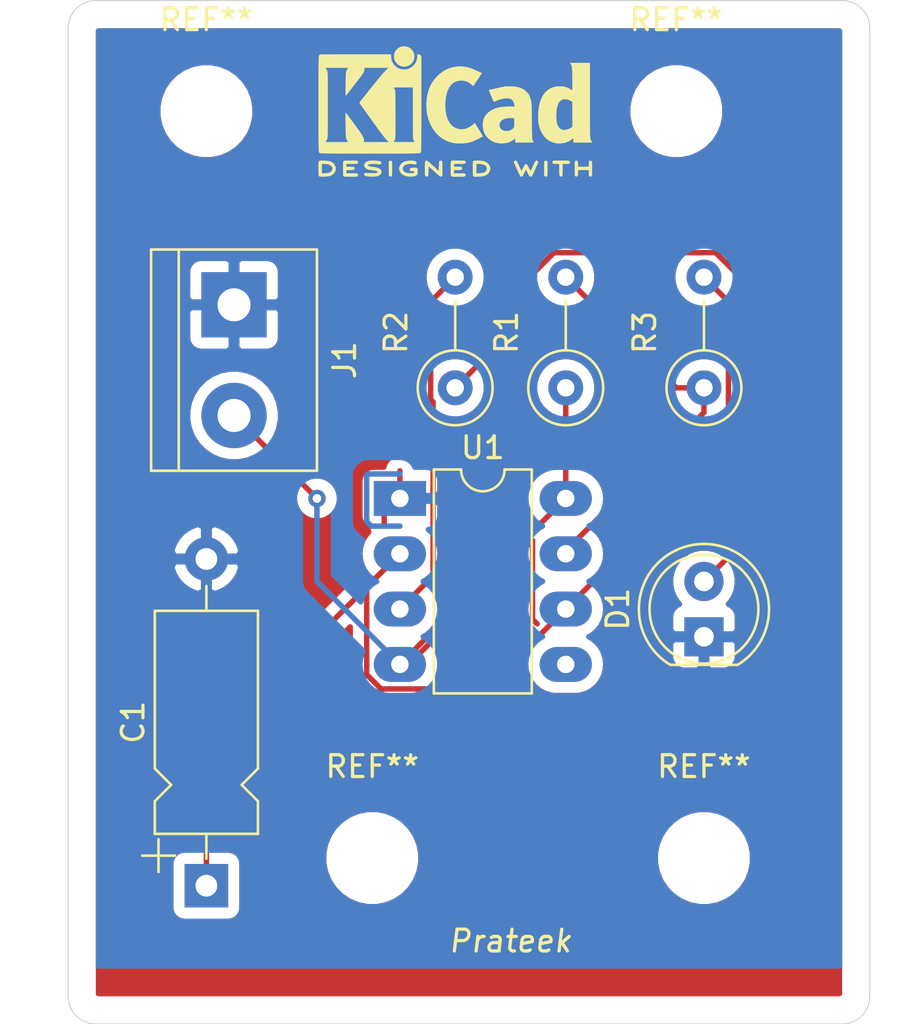
<source format=kicad_pcb>
(kicad_pcb (version 20171130) (host pcbnew 5.1.9-73d0e3b20d~88~ubuntu20.04.1)

  (general
    (thickness 1.6)
    (drawings 9)
    (tracks 48)
    (zones 0)
    (modules 12)
    (nets 8)
  )

  (page A4)
  (layers
    (0 F.Cu signal)
    (31 B.Cu signal)
    (32 B.Adhes user)
    (33 F.Adhes user)
    (34 B.Paste user)
    (35 F.Paste user)
    (36 B.SilkS user)
    (37 F.SilkS user)
    (38 B.Mask user)
    (39 F.Mask user)
    (40 Dwgs.User user)
    (41 Cmts.User user)
    (42 Eco1.User user)
    (43 Eco2.User user)
    (44 Edge.Cuts user)
    (45 Margin user)
    (46 B.CrtYd user)
    (47 F.CrtYd user)
    (48 B.Fab user)
    (49 F.Fab user)
  )

  (setup
    (last_trace_width 0.25)
    (trace_clearance 0.2)
    (zone_clearance 0.508)
    (zone_45_only no)
    (trace_min 0.2)
    (via_size 0.8)
    (via_drill 0.4)
    (via_min_size 0.4)
    (via_min_drill 0.3)
    (uvia_size 0.3)
    (uvia_drill 0.1)
    (uvias_allowed no)
    (uvia_min_size 0.2)
    (uvia_min_drill 0.1)
    (edge_width 0.05)
    (segment_width 0.2)
    (pcb_text_width 0.3)
    (pcb_text_size 1.5 1.5)
    (mod_edge_width 0.12)
    (mod_text_size 1 1)
    (mod_text_width 0.15)
    (pad_size 1.524 1.524)
    (pad_drill 0.762)
    (pad_to_mask_clearance 0)
    (aux_axis_origin 0 0)
    (grid_origin 46.99 121.92)
    (visible_elements FFFFFF7F)
    (pcbplotparams
      (layerselection 0x010fc_ffffffff)
      (usegerberextensions false)
      (usegerberattributes true)
      (usegerberadvancedattributes true)
      (creategerberjobfile true)
      (excludeedgelayer true)
      (linewidth 0.100000)
      (plotframeref false)
      (viasonmask false)
      (mode 1)
      (useauxorigin false)
      (hpglpennumber 1)
      (hpglpenspeed 20)
      (hpglpendiameter 15.000000)
      (psnegative false)
      (psa4output false)
      (plotreference true)
      (plotvalue true)
      (plotinvisibletext false)
      (padsonsilk false)
      (subtractmaskfromsilk false)
      (outputformat 1)
      (mirror false)
      (drillshape 1)
      (scaleselection 1)
      (outputdirectory ""))
  )

  (net 0 "")
  (net 1 "Net-(C1-Pad1)")
  (net 2 GND)
  (net 3 "Net-(D1-Pad2)")
  (net 4 +9V)
  (net 5 1)
  (net 6 "Net-(R2-Pad2)")
  (net 7 "Net-(U1-Pad5)")

  (net_class Default "This is the default net class."
    (clearance 0.2)
    (trace_width 0.25)
    (via_dia 0.8)
    (via_drill 0.4)
    (uvia_dia 0.3)
    (uvia_drill 0.1)
    (add_net +9V)
    (add_net 1)
    (add_net GND)
    (add_net "Net-(C1-Pad1)")
    (add_net "Net-(D1-Pad2)")
    (add_net "Net-(R2-Pad2)")
    (add_net "Net-(U1-Pad5)")
  )

  (module Symbol:KiCad-Logo2_5mm_SilkScreen (layer F.Cu) (tedit 0) (tstamp 60258AB2)
    (at 64.77 81.28)
    (descr "KiCad Logo")
    (tags "Logo KiCad")
    (attr virtual)
    (fp_text reference REF** (at 0 -5.08) (layer F.SilkS) hide
      (effects (font (size 1 1) (thickness 0.15)))
    )
    (fp_text value KiCad-Logo2_5mm_SilkScreen (at 0 5.08) (layer F.Fab) hide
      (effects (font (size 1 1) (thickness 0.15)))
    )
    (fp_poly (pts (xy -2.9464 -2.510946) (xy -2.935535 -2.397007) (xy -2.903918 -2.289384) (xy -2.853015 -2.190385)
      (xy -2.784293 -2.102316) (xy -2.699219 -2.027484) (xy -2.602232 -1.969616) (xy -2.495964 -1.929995)
      (xy -2.38895 -1.911427) (xy -2.2833 -1.912566) (xy -2.181125 -1.93207) (xy -2.084534 -1.968594)
      (xy -1.995638 -2.020795) (xy -1.916546 -2.087327) (xy -1.849369 -2.166848) (xy -1.796217 -2.258013)
      (xy -1.759199 -2.359477) (xy -1.740427 -2.469898) (xy -1.738489 -2.519794) (xy -1.738489 -2.607733)
      (xy -1.68656 -2.607733) (xy -1.650253 -2.604889) (xy -1.623355 -2.593089) (xy -1.596249 -2.569351)
      (xy -1.557867 -2.530969) (xy -1.557867 -0.339398) (xy -1.557876 -0.077261) (xy -1.557908 0.163241)
      (xy -1.557972 0.383048) (xy -1.558076 0.583101) (xy -1.558227 0.764344) (xy -1.558434 0.927716)
      (xy -1.558706 1.07416) (xy -1.55905 1.204617) (xy -1.559474 1.320029) (xy -1.559987 1.421338)
      (xy -1.560597 1.509484) (xy -1.561312 1.58541) (xy -1.56214 1.650057) (xy -1.563089 1.704367)
      (xy -1.564167 1.74928) (xy -1.565383 1.78574) (xy -1.566745 1.814687) (xy -1.568261 1.837063)
      (xy -1.569938 1.853809) (xy -1.571786 1.865868) (xy -1.573813 1.87418) (xy -1.576025 1.879687)
      (xy -1.577108 1.881537) (xy -1.581271 1.888549) (xy -1.584805 1.894996) (xy -1.588635 1.9009)
      (xy -1.593682 1.906286) (xy -1.600871 1.911178) (xy -1.611123 1.915598) (xy -1.625364 1.919572)
      (xy -1.644514 1.923121) (xy -1.669499 1.92627) (xy -1.70124 1.929042) (xy -1.740662 1.931461)
      (xy -1.788686 1.933551) (xy -1.846237 1.935335) (xy -1.914237 1.936837) (xy -1.99361 1.93808)
      (xy -2.085279 1.939089) (xy -2.190166 1.939885) (xy -2.309196 1.940494) (xy -2.44329 1.940939)
      (xy -2.593373 1.941243) (xy -2.760367 1.94143) (xy -2.945196 1.941524) (xy -3.148783 1.941548)
      (xy -3.37205 1.941525) (xy -3.615922 1.94148) (xy -3.881321 1.941437) (xy -3.919704 1.941432)
      (xy -4.186682 1.941389) (xy -4.432002 1.941318) (xy -4.656583 1.941213) (xy -4.861345 1.941066)
      (xy -5.047206 1.940869) (xy -5.215088 1.940616) (xy -5.365908 1.9403) (xy -5.500587 1.939913)
      (xy -5.620044 1.939447) (xy -5.725199 1.938897) (xy -5.816971 1.938253) (xy -5.896279 1.937511)
      (xy -5.964043 1.936661) (xy -6.021182 1.935697) (xy -6.068617 1.934611) (xy -6.107266 1.933397)
      (xy -6.138049 1.932047) (xy -6.161885 1.930555) (xy -6.179694 1.928911) (xy -6.192395 1.927111)
      (xy -6.200908 1.925145) (xy -6.205266 1.923477) (xy -6.213728 1.919906) (xy -6.221497 1.91727)
      (xy -6.228602 1.914634) (xy -6.235073 1.911062) (xy -6.240939 1.905621) (xy -6.246229 1.897375)
      (xy -6.250974 1.88539) (xy -6.255202 1.868731) (xy -6.258943 1.846463) (xy -6.262227 1.817652)
      (xy -6.265083 1.781363) (xy -6.26754 1.736661) (xy -6.269629 1.682611) (xy -6.271378 1.618279)
      (xy -6.272817 1.54273) (xy -6.273976 1.45503) (xy -6.274883 1.354243) (xy -6.275569 1.239434)
      (xy -6.276063 1.10967) (xy -6.276395 0.964015) (xy -6.276593 0.801535) (xy -6.276687 0.621295)
      (xy -6.276708 0.42236) (xy -6.276685 0.203796) (xy -6.276646 -0.035332) (xy -6.276622 -0.29596)
      (xy -6.276622 -0.338111) (xy -6.276636 -0.601008) (xy -6.276661 -0.842268) (xy -6.276671 -1.062835)
      (xy -6.276642 -1.263648) (xy -6.276548 -1.445651) (xy -6.276362 -1.609784) (xy -6.276059 -1.756989)
      (xy -6.275614 -1.888208) (xy -6.275034 -1.998133) (xy -5.972197 -1.998133) (xy -5.932407 -1.940289)
      (xy -5.921236 -1.924521) (xy -5.911166 -1.910559) (xy -5.902138 -1.897216) (xy -5.894097 -1.883307)
      (xy -5.886986 -1.867644) (xy -5.880747 -1.849042) (xy -5.875325 -1.826314) (xy -5.870662 -1.798273)
      (xy -5.866701 -1.763733) (xy -5.863385 -1.721508) (xy -5.860659 -1.670411) (xy -5.858464 -1.609256)
      (xy -5.856745 -1.536856) (xy -5.855444 -1.452025) (xy -5.854505 -1.353578) (xy -5.85387 -1.240326)
      (xy -5.853484 -1.111084) (xy -5.853288 -0.964666) (xy -5.853227 -0.799884) (xy -5.853243 -0.615553)
      (xy -5.85328 -0.410487) (xy -5.853289 -0.287867) (xy -5.853265 -0.070918) (xy -5.853231 0.124642)
      (xy -5.853243 0.299999) (xy -5.853358 0.456341) (xy -5.85363 0.594857) (xy -5.854118 0.716734)
      (xy -5.854876 0.82316) (xy -5.855962 0.915322) (xy -5.857431 0.994409) (xy -5.85934 1.061608)
      (xy -5.861744 1.118107) (xy -5.864701 1.165093) (xy -5.868266 1.203755) (xy -5.872495 1.23528)
      (xy -5.877446 1.260855) (xy -5.883173 1.28167) (xy -5.889733 1.298911) (xy -5.897183 1.313765)
      (xy -5.905579 1.327422) (xy -5.914976 1.341069) (xy -5.925432 1.355893) (xy -5.931523 1.364783)
      (xy -5.970296 1.4224) (xy -5.438732 1.4224) (xy -5.315483 1.422365) (xy -5.212987 1.422215)
      (xy -5.12942 1.421878) (xy -5.062956 1.421286) (xy -5.011771 1.420367) (xy -4.974041 1.419051)
      (xy -4.94794 1.417269) (xy -4.931644 1.414951) (xy -4.923328 1.412026) (xy -4.921168 1.408424)
      (xy -4.923339 1.404075) (xy -4.924535 1.402645) (xy -4.949685 1.365573) (xy -4.975583 1.312772)
      (xy -4.999192 1.25077) (xy -5.007461 1.224357) (xy -5.012078 1.206416) (xy -5.015979 1.185355)
      (xy -5.019248 1.159089) (xy -5.021966 1.125532) (xy -5.024215 1.082599) (xy -5.026077 1.028204)
      (xy -5.027636 0.960262) (xy -5.028972 0.876688) (xy -5.030169 0.775395) (xy -5.031308 0.6543)
      (xy -5.031685 0.6096) (xy -5.032702 0.484449) (xy -5.03346 0.380082) (xy -5.033903 0.294707)
      (xy -5.03397 0.226533) (xy -5.033605 0.173765) (xy -5.032748 0.134614) (xy -5.031341 0.107285)
      (xy -5.029325 0.089986) (xy -5.026643 0.080926) (xy -5.023236 0.078312) (xy -5.019044 0.080351)
      (xy -5.014571 0.084667) (xy -5.004216 0.097602) (xy -4.982158 0.126676) (xy -4.949957 0.169759)
      (xy -4.909174 0.224718) (xy -4.86137 0.289423) (xy -4.808105 0.361742) (xy -4.75094 0.439544)
      (xy -4.691437 0.520698) (xy -4.631155 0.603072) (xy -4.571655 0.684536) (xy -4.514498 0.762957)
      (xy -4.461245 0.836204) (xy -4.413457 0.902147) (xy -4.372693 0.958654) (xy -4.340516 1.003593)
      (xy -4.318485 1.034834) (xy -4.313917 1.041466) (xy -4.290996 1.078369) (xy -4.264188 1.126359)
      (xy -4.238789 1.175897) (xy -4.235568 1.182577) (xy -4.21389 1.230772) (xy -4.201304 1.268334)
      (xy -4.195574 1.30416) (xy -4.194456 1.3462) (xy -4.19509 1.4224) (xy -3.040651 1.4224)
      (xy -3.131815 1.328669) (xy -3.178612 1.278775) (xy -3.228899 1.222295) (xy -3.274944 1.168026)
      (xy -3.295369 1.142673) (xy -3.325807 1.103128) (xy -3.365862 1.049916) (xy -3.414361 0.984667)
      (xy -3.470135 0.909011) (xy -3.532011 0.824577) (xy -3.598819 0.732994) (xy -3.669387 0.635892)
      (xy -3.742545 0.534901) (xy -3.817121 0.43165) (xy -3.891944 0.327768) (xy -3.965843 0.224885)
      (xy -4.037646 0.124631) (xy -4.106184 0.028636) (xy -4.170284 -0.061473) (xy -4.228775 -0.144064)
      (xy -4.280486 -0.217508) (xy -4.324247 -0.280176) (xy -4.358885 -0.330439) (xy -4.38323 -0.366666)
      (xy -4.396111 -0.387229) (xy -4.397869 -0.391332) (xy -4.38991 -0.402658) (xy -4.369115 -0.429838)
      (xy -4.336847 -0.471171) (xy -4.29447 -0.524956) (xy -4.243347 -0.589494) (xy -4.184841 -0.663082)
      (xy -4.120314 -0.744022) (xy -4.051131 -0.830612) (xy -3.978653 -0.921152) (xy -3.904246 -1.01394)
      (xy -3.844517 -1.088298) (xy -2.833511 -1.088298) (xy -2.827602 -1.075341) (xy -2.813272 -1.053092)
      (xy -2.812225 -1.051609) (xy -2.793438 -1.021456) (xy -2.773791 -0.984625) (xy -2.769892 -0.976489)
      (xy -2.766356 -0.96806) (xy -2.76323 -0.957941) (xy -2.760486 -0.94474) (xy -2.758092 -0.927062)
      (xy -2.756019 -0.903516) (xy -2.754235 -0.872707) (xy -2.752712 -0.833243) (xy -2.751419 -0.783731)
      (xy -2.750326 -0.722777) (xy -2.749403 -0.648989) (xy -2.748619 -0.560972) (xy -2.747945 -0.457335)
      (xy -2.74735 -0.336684) (xy -2.746805 -0.197626) (xy -2.746279 -0.038768) (xy -2.745745 0.140089)
      (xy -2.745206 0.325207) (xy -2.744772 0.489145) (xy -2.744509 0.633303) (xy -2.744484 0.759079)
      (xy -2.744765 0.867871) (xy -2.745419 0.961077) (xy -2.746514 1.040097) (xy -2.748118 1.106328)
      (xy -2.750297 1.16117) (xy -2.753119 1.206021) (xy -2.756651 1.242278) (xy -2.760961 1.271341)
      (xy -2.766117 1.294609) (xy -2.772185 1.313479) (xy -2.779233 1.329351) (xy -2.787329 1.343622)
      (xy -2.79654 1.357691) (xy -2.80504 1.370158) (xy -2.822176 1.396452) (xy -2.832322 1.414037)
      (xy -2.833511 1.417257) (xy -2.822604 1.418334) (xy -2.791411 1.419335) (xy -2.742223 1.420235)
      (xy -2.677333 1.42101) (xy -2.59903 1.421637) (xy -2.509607 1.422091) (xy -2.411356 1.422349)
      (xy -2.342445 1.4224) (xy -2.237452 1.42218) (xy -2.14061 1.421548) (xy -2.054107 1.420549)
      (xy -1.980132 1.419227) (xy -1.920874 1.417626) (xy -1.87852 1.415791) (xy -1.85526 1.413765)
      (xy -1.851378 1.412493) (xy -1.859076 1.397591) (xy -1.867074 1.38956) (xy -1.880246 1.372434)
      (xy -1.897485 1.342183) (xy -1.909407 1.317622) (xy -1.936045 1.258711) (xy -1.93912 0.081845)
      (xy -1.942195 -1.095022) (xy -2.387853 -1.095022) (xy -2.48567 -1.094858) (xy -2.576064 -1.094389)
      (xy -2.65663 -1.093653) (xy -2.724962 -1.092684) (xy -2.778656 -1.09152) (xy -2.815305 -1.090197)
      (xy -2.832504 -1.088751) (xy -2.833511 -1.088298) (xy -3.844517 -1.088298) (xy -3.82927 -1.107278)
      (xy -3.75509 -1.199463) (xy -3.683069 -1.288796) (xy -3.614569 -1.373576) (xy -3.550955 -1.452102)
      (xy -3.493588 -1.522674) (xy -3.443833 -1.583591) (xy -3.403052 -1.633153) (xy -3.385888 -1.653822)
      (xy -3.299596 -1.754484) (xy -3.222997 -1.837741) (xy -3.154183 -1.905562) (xy -3.091248 -1.959911)
      (xy -3.081867 -1.967278) (xy -3.042356 -1.997883) (xy -4.174116 -1.998133) (xy -4.168827 -1.950156)
      (xy -4.17213 -1.892812) (xy -4.193661 -1.824537) (xy -4.233635 -1.744788) (xy -4.278943 -1.672505)
      (xy -4.295161 -1.64986) (xy -4.323214 -1.612304) (xy -4.36143 -1.561979) (xy -4.408137 -1.501027)
      (xy -4.461661 -1.431589) (xy -4.520331 -1.355806) (xy -4.582475 -1.27582) (xy -4.646421 -1.193772)
      (xy -4.710495 -1.111804) (xy -4.773027 -1.032057) (xy -4.832343 -0.956673) (xy -4.886771 -0.887793)
      (xy -4.934639 -0.827558) (xy -4.974275 -0.778111) (xy -5.004006 -0.741592) (xy -5.022161 -0.720142)
      (xy -5.02522 -0.716844) (xy -5.028079 -0.724851) (xy -5.030293 -0.755145) (xy -5.031857 -0.807444)
      (xy -5.032767 -0.881469) (xy -5.03302 -0.976937) (xy -5.032613 -1.093566) (xy -5.031704 -1.213555)
      (xy -5.030382 -1.345667) (xy -5.028857 -1.457406) (xy -5.026881 -1.550975) (xy -5.024206 -1.628581)
      (xy -5.020582 -1.692426) (xy -5.015761 -1.744717) (xy -5.009494 -1.787656) (xy -5.001532 -1.823449)
      (xy -4.991627 -1.8543) (xy -4.979531 -1.882414) (xy -4.964993 -1.909995) (xy -4.950311 -1.935034)
      (xy -4.912314 -1.998133) (xy -5.972197 -1.998133) (xy -6.275034 -1.998133) (xy -6.275001 -2.004383)
      (xy -6.274195 -2.106456) (xy -6.27317 -2.195367) (xy -6.2719 -2.272059) (xy -6.27036 -2.337473)
      (xy -6.268524 -2.392551) (xy -6.266367 -2.438235) (xy -6.263863 -2.475466) (xy -6.260987 -2.505187)
      (xy -6.257713 -2.528338) (xy -6.254015 -2.545861) (xy -6.249869 -2.558699) (xy -6.245247 -2.567792)
      (xy -6.240126 -2.574082) (xy -6.234478 -2.578512) (xy -6.228279 -2.582022) (xy -6.221504 -2.585555)
      (xy -6.215508 -2.589124) (xy -6.210275 -2.5917) (xy -6.202099 -2.594028) (xy -6.189886 -2.596122)
      (xy -6.172541 -2.597993) (xy -6.148969 -2.599653) (xy -6.118077 -2.601116) (xy -6.078768 -2.602392)
      (xy -6.02995 -2.603496) (xy -5.970527 -2.604439) (xy -5.899404 -2.605233) (xy -5.815488 -2.605891)
      (xy -5.717683 -2.606425) (xy -5.604894 -2.606847) (xy -5.476029 -2.607171) (xy -5.329991 -2.607408)
      (xy -5.165686 -2.60757) (xy -4.98202 -2.60767) (xy -4.777897 -2.60772) (xy -4.566753 -2.607733)
      (xy -2.9464 -2.607733) (xy -2.9464 -2.510946)) (layer F.SilkS) (width 0.01))
    (fp_poly (pts (xy 0.328429 -2.050929) (xy 0.48857 -2.029755) (xy 0.65251 -1.989615) (xy 0.822313 -1.930111)
      (xy 1.000043 -1.850846) (xy 1.01131 -1.845301) (xy 1.069005 -1.817275) (xy 1.120552 -1.793198)
      (xy 1.162191 -1.774751) (xy 1.190162 -1.763614) (xy 1.199733 -1.761067) (xy 1.21895 -1.756059)
      (xy 1.223561 -1.751853) (xy 1.218458 -1.74142) (xy 1.202418 -1.715132) (xy 1.177288 -1.675743)
      (xy 1.144914 -1.626009) (xy 1.107143 -1.568685) (xy 1.065822 -1.506524) (xy 1.022798 -1.442282)
      (xy 0.979917 -1.378715) (xy 0.939026 -1.318575) (xy 0.901971 -1.26462) (xy 0.8706 -1.219603)
      (xy 0.846759 -1.186279) (xy 0.832294 -1.167403) (xy 0.830309 -1.165213) (xy 0.820191 -1.169862)
      (xy 0.79785 -1.187038) (xy 0.76728 -1.21356) (xy 0.751536 -1.228036) (xy 0.655047 -1.303318)
      (xy 0.548336 -1.358759) (xy 0.432832 -1.393859) (xy 0.309962 -1.40812) (xy 0.240561 -1.406949)
      (xy 0.119423 -1.389788) (xy 0.010205 -1.353906) (xy -0.087418 -1.299041) (xy -0.173772 -1.22493)
      (xy -0.249185 -1.131312) (xy -0.313982 -1.017924) (xy -0.351399 -0.931333) (xy -0.395252 -0.795634)
      (xy -0.427572 -0.64815) (xy -0.448443 -0.492686) (xy -0.457949 -0.333044) (xy -0.456173 -0.173027)
      (xy -0.443197 -0.016439) (xy -0.419106 0.132918) (xy -0.383982 0.27124) (xy -0.337908 0.394724)
      (xy -0.321627 0.428978) (xy -0.25338 0.543064) (xy -0.172921 0.639557) (xy -0.08143 0.71767)
      (xy 0.019911 0.776617) (xy 0.12992 0.815612) (xy 0.247415 0.833868) (xy 0.288883 0.835211)
      (xy 0.410441 0.82429) (xy 0.530878 0.791474) (xy 0.648666 0.737439) (xy 0.762277 0.662865)
      (xy 0.853685 0.584539) (xy 0.900215 0.540008) (xy 1.081483 0.837271) (xy 1.12658 0.911433)
      (xy 1.167819 0.979646) (xy 1.203735 1.039459) (xy 1.232866 1.08842) (xy 1.25375 1.124079)
      (xy 1.264924 1.143984) (xy 1.266375 1.147079) (xy 1.258146 1.156718) (xy 1.232567 1.173999)
      (xy 1.192873 1.197283) (xy 1.142297 1.224934) (xy 1.084074 1.255315) (xy 1.021437 1.28679)
      (xy 0.957621 1.317722) (xy 0.89586 1.346473) (xy 0.839388 1.371408) (xy 0.791438 1.390889)
      (xy 0.767986 1.399318) (xy 0.634221 1.437133) (xy 0.496327 1.462136) (xy 0.348622 1.47514)
      (xy 0.221833 1.477468) (xy 0.153878 1.476373) (xy 0.088277 1.474275) (xy 0.030847 1.471434)
      (xy -0.012597 1.468106) (xy -0.026702 1.466422) (xy -0.165716 1.437587) (xy -0.307243 1.392468)
      (xy -0.444725 1.33375) (xy -0.571606 1.26412) (xy -0.649111 1.211441) (xy -0.776519 1.103239)
      (xy -0.894822 0.976671) (xy -1.001828 0.834866) (xy -1.095348 0.680951) (xy -1.17319 0.518053)
      (xy -1.217044 0.400756) (xy -1.267292 0.217128) (xy -1.300791 0.022581) (xy -1.317551 -0.178675)
      (xy -1.317584 -0.382432) (xy -1.300899 -0.584479) (xy -1.267507 -0.780608) (xy -1.21742 -0.966609)
      (xy -1.213603 -0.978197) (xy -1.150719 -1.14025) (xy -1.073972 -1.288168) (xy -0.980758 -1.426135)
      (xy -0.868473 -1.558339) (xy -0.824608 -1.603601) (xy -0.688466 -1.727543) (xy -0.548509 -1.830085)
      (xy -0.402589 -1.912344) (xy -0.248558 -1.975436) (xy -0.084268 -2.020477) (xy 0.011289 -2.037967)
      (xy 0.170023 -2.053534) (xy 0.328429 -2.050929)) (layer F.SilkS) (width 0.01))
    (fp_poly (pts (xy 2.673574 -1.133448) (xy 2.825492 -1.113433) (xy 2.960756 -1.079798) (xy 3.080239 -1.032275)
      (xy 3.184815 -0.970595) (xy 3.262424 -0.907035) (xy 3.331265 -0.832901) (xy 3.385006 -0.753129)
      (xy 3.42791 -0.660909) (xy 3.443384 -0.617839) (xy 3.456244 -0.578858) (xy 3.467446 -0.542711)
      (xy 3.47712 -0.507566) (xy 3.485396 -0.47159) (xy 3.492403 -0.43295) (xy 3.498272 -0.389815)
      (xy 3.503131 -0.340351) (xy 3.50711 -0.282727) (xy 3.51034 -0.215109) (xy 3.512949 -0.135666)
      (xy 3.515067 -0.042564) (xy 3.516824 0.066027) (xy 3.518349 0.191942) (xy 3.519772 0.337012)
      (xy 3.521025 0.479778) (xy 3.522351 0.635968) (xy 3.523556 0.771239) (xy 3.524766 0.887246)
      (xy 3.526106 0.985645) (xy 3.5277 1.068093) (xy 3.529675 1.136246) (xy 3.532156 1.19176)
      (xy 3.535269 1.236292) (xy 3.539138 1.271498) (xy 3.543889 1.299034) (xy 3.549648 1.320556)
      (xy 3.556539 1.337722) (xy 3.564689 1.352186) (xy 3.574223 1.365606) (xy 3.585266 1.379638)
      (xy 3.589566 1.385071) (xy 3.605386 1.40791) (xy 3.612422 1.423463) (xy 3.612444 1.423922)
      (xy 3.601567 1.426121) (xy 3.570582 1.428147) (xy 3.521957 1.429942) (xy 3.458163 1.431451)
      (xy 3.381669 1.432616) (xy 3.294944 1.43338) (xy 3.200457 1.433686) (xy 3.18955 1.433689)
      (xy 2.766657 1.433689) (xy 2.763395 1.337622) (xy 2.760133 1.241556) (xy 2.698044 1.292543)
      (xy 2.600714 1.360057) (xy 2.490813 1.414749) (xy 2.404349 1.444978) (xy 2.335278 1.459666)
      (xy 2.251925 1.469659) (xy 2.162159 1.474646) (xy 2.073845 1.474313) (xy 1.994851 1.468351)
      (xy 1.958622 1.462638) (xy 1.818603 1.424776) (xy 1.692178 1.369932) (xy 1.58026 1.298924)
      (xy 1.483762 1.212568) (xy 1.4036 1.111679) (xy 1.340687 0.997076) (xy 1.296312 0.870984)
      (xy 1.283978 0.814401) (xy 1.276368 0.752202) (xy 1.272739 0.677363) (xy 1.272245 0.643467)
      (xy 1.27231 0.640282) (xy 2.032248 0.640282) (xy 2.041541 0.715333) (xy 2.069728 0.77916)
      (xy 2.118197 0.834798) (xy 2.123254 0.839211) (xy 2.171548 0.874037) (xy 2.223257 0.89662)
      (xy 2.283989 0.90854) (xy 2.359352 0.911383) (xy 2.377459 0.910978) (xy 2.431278 0.908325)
      (xy 2.471308 0.902909) (xy 2.506324 0.892745) (xy 2.545103 0.87585) (xy 2.555745 0.870672)
      (xy 2.616396 0.834844) (xy 2.663215 0.792212) (xy 2.675952 0.776973) (xy 2.720622 0.720462)
      (xy 2.720622 0.524586) (xy 2.720086 0.445939) (xy 2.718396 0.387988) (xy 2.715428 0.348875)
      (xy 2.711057 0.326741) (xy 2.706972 0.320274) (xy 2.691047 0.317111) (xy 2.657264 0.314488)
      (xy 2.61034 0.312655) (xy 2.554993 0.311857) (xy 2.546106 0.311842) (xy 2.42533 0.317096)
      (xy 2.32266 0.333263) (xy 2.236106 0.360961) (xy 2.163681 0.400808) (xy 2.108751 0.447758)
      (xy 2.064204 0.505645) (xy 2.03948 0.568693) (xy 2.032248 0.640282) (xy 1.27231 0.640282)
      (xy 1.274178 0.549712) (xy 1.282522 0.470812) (xy 1.298768 0.39959) (xy 1.324405 0.328864)
      (xy 1.348401 0.276493) (xy 1.40702 0.181196) (xy 1.485117 0.09317) (xy 1.580315 0.014017)
      (xy 1.690238 -0.05466) (xy 1.81251 -0.111259) (xy 1.944755 -0.154179) (xy 2.009422 -0.169118)
      (xy 2.145604 -0.191223) (xy 2.294049 -0.205806) (xy 2.445505 -0.212187) (xy 2.572064 -0.210555)
      (xy 2.73395 -0.203776) (xy 2.72653 -0.262755) (xy 2.707238 -0.361908) (xy 2.676104 -0.442628)
      (xy 2.632269 -0.505534) (xy 2.574871 -0.551244) (xy 2.503048 -0.580378) (xy 2.415941 -0.593553)
      (xy 2.312686 -0.591389) (xy 2.274711 -0.587388) (xy 2.13352 -0.56222) (xy 1.996707 -0.521186)
      (xy 1.902178 -0.483185) (xy 1.857018 -0.46381) (xy 1.818585 -0.44824) (xy 1.792234 -0.438595)
      (xy 1.784546 -0.436548) (xy 1.774802 -0.445626) (xy 1.758083 -0.474595) (xy 1.734232 -0.523783)
      (xy 1.703093 -0.593516) (xy 1.664507 -0.684121) (xy 1.65791 -0.699911) (xy 1.627853 -0.772228)
      (xy 1.600874 -0.837575) (xy 1.578136 -0.893094) (xy 1.560806 -0.935928) (xy 1.550048 -0.963219)
      (xy 1.546941 -0.972058) (xy 1.55694 -0.976813) (xy 1.583217 -0.98209) (xy 1.611489 -0.985769)
      (xy 1.641646 -0.990526) (xy 1.689433 -0.999972) (xy 1.750612 -1.01318) (xy 1.820946 -1.029224)
      (xy 1.896194 -1.04718) (xy 1.924755 -1.054203) (xy 2.029816 -1.079791) (xy 2.11748 -1.099853)
      (xy 2.192068 -1.115031) (xy 2.257903 -1.125965) (xy 2.319307 -1.133296) (xy 2.380602 -1.137665)
      (xy 2.44611 -1.139713) (xy 2.504128 -1.140111) (xy 2.673574 -1.133448)) (layer F.SilkS) (width 0.01))
    (fp_poly (pts (xy 6.186507 -0.527755) (xy 6.186526 -0.293338) (xy 6.186552 -0.080397) (xy 6.186625 0.112168)
      (xy 6.186782 0.285459) (xy 6.187064 0.440576) (xy 6.187509 0.57862) (xy 6.188156 0.700692)
      (xy 6.189045 0.807894) (xy 6.190213 0.901326) (xy 6.191701 0.98209) (xy 6.193546 1.051286)
      (xy 6.195789 1.110015) (xy 6.198469 1.159379) (xy 6.201623 1.200478) (xy 6.205292 1.234413)
      (xy 6.209513 1.262286) (xy 6.214327 1.285198) (xy 6.219773 1.304249) (xy 6.225888 1.32054)
      (xy 6.232712 1.335173) (xy 6.240285 1.349249) (xy 6.248645 1.363868) (xy 6.253839 1.372974)
      (xy 6.288104 1.433689) (xy 5.429955 1.433689) (xy 5.429955 1.337733) (xy 5.429224 1.29437)
      (xy 5.427272 1.261205) (xy 5.424463 1.243424) (xy 5.423221 1.241778) (xy 5.411799 1.248662)
      (xy 5.389084 1.266505) (xy 5.366385 1.285879) (xy 5.3118 1.326614) (xy 5.242321 1.367617)
      (xy 5.16527 1.405123) (xy 5.087965 1.435364) (xy 5.057113 1.445012) (xy 4.988616 1.459578)
      (xy 4.905764 1.469539) (xy 4.816371 1.474583) (xy 4.728248 1.474396) (xy 4.649207 1.468666)
      (xy 4.611511 1.462858) (xy 4.473414 1.424797) (xy 4.346113 1.367073) (xy 4.230292 1.290211)
      (xy 4.126637 1.194739) (xy 4.035833 1.081179) (xy 3.969031 0.970381) (xy 3.914164 0.853625)
      (xy 3.872163 0.734276) (xy 3.842167 0.608283) (xy 3.823311 0.471594) (xy 3.814732 0.320158)
      (xy 3.814006 0.242711) (xy 3.8161 0.185934) (xy 4.645217 0.185934) (xy 4.645424 0.279002)
      (xy 4.648337 0.366692) (xy 4.654 0.443772) (xy 4.662455 0.505009) (xy 4.665038 0.51735)
      (xy 4.69684 0.624633) (xy 4.738498 0.711658) (xy 4.790363 0.778642) (xy 4.852781 0.825805)
      (xy 4.9261 0.853365) (xy 5.010669 0.861541) (xy 5.106835 0.850551) (xy 5.170311 0.834829)
      (xy 5.219454 0.816639) (xy 5.273583 0.790791) (xy 5.314244 0.767089) (xy 5.3848 0.720721)
      (xy 5.3848 -0.42947) (xy 5.317392 -0.473038) (xy 5.238867 -0.51396) (xy 5.154681 -0.540611)
      (xy 5.069557 -0.552535) (xy 4.988216 -0.549278) (xy 4.91538 -0.530385) (xy 4.883426 -0.514816)
      (xy 4.825501 -0.471819) (xy 4.776544 -0.415047) (xy 4.73539 -0.342425) (xy 4.700874 -0.251879)
      (xy 4.671833 -0.141334) (xy 4.670552 -0.135467) (xy 4.660381 -0.073212) (xy 4.652739 0.004594)
      (xy 4.64767 0.09272) (xy 4.645217 0.185934) (xy 3.8161 0.185934) (xy 3.821857 0.029895)
      (xy 3.843802 -0.165941) (xy 3.879786 -0.344668) (xy 3.929759 -0.506155) (xy 3.993668 -0.650274)
      (xy 4.071462 -0.776894) (xy 4.163089 -0.885885) (xy 4.268497 -0.977117) (xy 4.313662 -1.008068)
      (xy 4.414611 -1.064215) (xy 4.517901 -1.103826) (xy 4.627989 -1.127986) (xy 4.74933 -1.137781)
      (xy 4.841836 -1.136735) (xy 4.97149 -1.125769) (xy 5.084084 -1.103954) (xy 5.182875 -1.070286)
      (xy 5.271121 -1.023764) (xy 5.319986 -0.989552) (xy 5.349353 -0.967638) (xy 5.371043 -0.952667)
      (xy 5.379253 -0.948267) (xy 5.380868 -0.959096) (xy 5.382159 -0.989749) (xy 5.383138 -1.037474)
      (xy 5.383817 -1.099521) (xy 5.38421 -1.173138) (xy 5.38433 -1.255573) (xy 5.384188 -1.344075)
      (xy 5.383797 -1.435893) (xy 5.383171 -1.528276) (xy 5.38232 -1.618472) (xy 5.38126 -1.703729)
      (xy 5.380001 -1.781297) (xy 5.378556 -1.848424) (xy 5.376938 -1.902359) (xy 5.375161 -1.94035)
      (xy 5.374669 -1.947333) (xy 5.367092 -2.017749) (xy 5.355531 -2.072898) (xy 5.337792 -2.120019)
      (xy 5.311682 -2.166353) (xy 5.305415 -2.175933) (xy 5.280983 -2.212622) (xy 6.186311 -2.212622)
      (xy 6.186507 -0.527755)) (layer F.SilkS) (width 0.01))
    (fp_poly (pts (xy -2.273043 -2.973429) (xy -2.176768 -2.949191) (xy -2.090184 -2.906359) (xy -2.015373 -2.846581)
      (xy -1.954418 -2.771506) (xy -1.909399 -2.68278) (xy -1.883136 -2.58647) (xy -1.877286 -2.489205)
      (xy -1.89214 -2.395346) (xy -1.92584 -2.307489) (xy -1.976528 -2.22823) (xy -2.042345 -2.160164)
      (xy -2.121434 -2.105888) (xy -2.211934 -2.067998) (xy -2.2632 -2.055574) (xy -2.307698 -2.048053)
      (xy -2.341999 -2.045081) (xy -2.37496 -2.046906) (xy -2.415434 -2.053775) (xy -2.448531 -2.06075)
      (xy -2.541947 -2.092259) (xy -2.625619 -2.143383) (xy -2.697665 -2.212571) (xy -2.7562 -2.298272)
      (xy -2.770148 -2.325511) (xy -2.786586 -2.361878) (xy -2.796894 -2.392418) (xy -2.80246 -2.42455)
      (xy -2.804669 -2.465693) (xy -2.804948 -2.511778) (xy -2.800861 -2.596135) (xy -2.787446 -2.665414)
      (xy -2.762256 -2.726039) (xy -2.722846 -2.784433) (xy -2.684298 -2.828698) (xy -2.612406 -2.894516)
      (xy -2.537313 -2.939947) (xy -2.454562 -2.96715) (xy -2.376928 -2.977424) (xy -2.273043 -2.973429)) (layer F.SilkS) (width 0.01))
    (fp_poly (pts (xy -6.121371 2.269066) (xy -6.081889 2.269467) (xy -5.9662 2.272259) (xy -5.869311 2.28055)
      (xy -5.787919 2.295232) (xy -5.718723 2.317193) (xy -5.65842 2.347322) (xy -5.603708 2.38651)
      (xy -5.584167 2.403532) (xy -5.55175 2.443363) (xy -5.52252 2.497413) (xy -5.499991 2.557323)
      (xy -5.487679 2.614739) (xy -5.4864 2.635956) (xy -5.494417 2.694769) (xy -5.515899 2.759013)
      (xy -5.546999 2.819821) (xy -5.583866 2.86833) (xy -5.589854 2.874182) (xy -5.640579 2.915321)
      (xy -5.696125 2.947435) (xy -5.759696 2.971365) (xy -5.834494 2.987953) (xy -5.923722 2.998041)
      (xy -6.030582 3.002469) (xy -6.079528 3.002845) (xy -6.141762 3.002545) (xy -6.185528 3.001292)
      (xy -6.214931 2.998554) (xy -6.234079 2.993801) (xy -6.247077 2.986501) (xy -6.254045 2.980267)
      (xy -6.260626 2.972694) (xy -6.265788 2.962924) (xy -6.269703 2.94834) (xy -6.272543 2.926326)
      (xy -6.27448 2.894264) (xy -6.275684 2.849536) (xy -6.276328 2.789526) (xy -6.276583 2.711617)
      (xy -6.276622 2.635956) (xy -6.27687 2.535041) (xy -6.276817 2.454427) (xy -6.275857 2.415822)
      (xy -6.129867 2.415822) (xy -6.129867 2.856089) (xy -6.036734 2.856004) (xy -5.980693 2.854396)
      (xy -5.921999 2.850256) (xy -5.873028 2.844464) (xy -5.871538 2.844226) (xy -5.792392 2.82509)
      (xy -5.731002 2.795287) (xy -5.684305 2.752878) (xy -5.654635 2.706961) (xy -5.636353 2.656026)
      (xy -5.637771 2.6082) (xy -5.658988 2.556933) (xy -5.700489 2.503899) (xy -5.757998 2.4646)
      (xy -5.83275 2.438331) (xy -5.882708 2.429035) (xy -5.939416 2.422507) (xy -5.999519 2.417782)
      (xy -6.050639 2.415817) (xy -6.053667 2.415808) (xy -6.129867 2.415822) (xy -6.275857 2.415822)
      (xy -6.27526 2.391851) (xy -6.270998 2.345055) (xy -6.26283 2.311778) (xy -6.249556 2.289759)
      (xy -6.229974 2.276739) (xy -6.202883 2.270457) (xy -6.167082 2.268653) (xy -6.121371 2.269066)) (layer F.SilkS) (width 0.01))
    (fp_poly (pts (xy -4.712794 2.269146) (xy -4.643386 2.269518) (xy -4.590997 2.270385) (xy -4.552847 2.271946)
      (xy -4.526159 2.274403) (xy -4.508153 2.277957) (xy -4.496049 2.28281) (xy -4.487069 2.289161)
      (xy -4.483818 2.292084) (xy -4.464043 2.323142) (xy -4.460482 2.358828) (xy -4.473491 2.39051)
      (xy -4.479506 2.396913) (xy -4.489235 2.403121) (xy -4.504901 2.40791) (xy -4.529408 2.411514)
      (xy -4.565661 2.414164) (xy -4.616565 2.416095) (xy -4.685026 2.417539) (xy -4.747617 2.418418)
      (xy -4.995334 2.421467) (xy -4.998719 2.486378) (xy -5.002105 2.551289) (xy -4.833958 2.551289)
      (xy -4.760959 2.551919) (xy -4.707517 2.554553) (xy -4.670628 2.560309) (xy -4.647288 2.570304)
      (xy -4.634494 2.585656) (xy -4.629242 2.607482) (xy -4.628445 2.627738) (xy -4.630923 2.652592)
      (xy -4.640277 2.670906) (xy -4.659383 2.683637) (xy -4.691118 2.691741) (xy -4.738359 2.696176)
      (xy -4.803983 2.697899) (xy -4.839801 2.698045) (xy -5.000978 2.698045) (xy -5.000978 2.856089)
      (xy -4.752622 2.856089) (xy -4.671213 2.856202) (xy -4.609342 2.856712) (xy -4.563968 2.85787)
      (xy -4.532054 2.85993) (xy -4.510559 2.863146) (xy -4.496443 2.867772) (xy -4.486668 2.874059)
      (xy -4.481689 2.878667) (xy -4.46461 2.90556) (xy -4.459111 2.929467) (xy -4.466963 2.958667)
      (xy -4.481689 2.980267) (xy -4.489546 2.987066) (xy -4.499688 2.992346) (xy -4.514844 2.996298)
      (xy -4.537741 2.999113) (xy -4.571109 3.000982) (xy -4.617675 3.002098) (xy -4.680167 3.002651)
      (xy -4.761314 3.002833) (xy -4.803422 3.002845) (xy -4.893598 3.002765) (xy -4.963924 3.002398)
      (xy -5.017129 3.001552) (xy -5.05594 3.000036) (xy -5.083087 2.997659) (xy -5.101298 2.994229)
      (xy -5.1133 2.989554) (xy -5.121822 2.983444) (xy -5.125156 2.980267) (xy -5.131755 2.97267)
      (xy -5.136927 2.96287) (xy -5.140846 2.948239) (xy -5.143684 2.926152) (xy -5.145615 2.893982)
      (xy -5.146812 2.849103) (xy -5.147448 2.788889) (xy -5.147697 2.710713) (xy -5.147734 2.637923)
      (xy -5.1477 2.544707) (xy -5.147465 2.471431) (xy -5.14683 2.415458) (xy -5.145594 2.374151)
      (xy -5.143556 2.344872) (xy -5.140517 2.324984) (xy -5.136277 2.31185) (xy -5.130635 2.302832)
      (xy -5.123391 2.295293) (xy -5.121606 2.293612) (xy -5.112945 2.286172) (xy -5.102882 2.280409)
      (xy -5.088625 2.276112) (xy -5.067383 2.273064) (xy -5.036364 2.271051) (xy -4.992777 2.26986)
      (xy -4.933831 2.269275) (xy -4.856734 2.269083) (xy -4.802001 2.269067) (xy -4.712794 2.269146)) (layer F.SilkS) (width 0.01))
    (fp_poly (pts (xy -3.691703 2.270351) (xy -3.616888 2.275581) (xy -3.547306 2.28375) (xy -3.487002 2.29455)
      (xy -3.44002 2.307673) (xy -3.410406 2.322813) (xy -3.40586 2.327269) (xy -3.390054 2.36185)
      (xy -3.394847 2.397351) (xy -3.419364 2.427725) (xy -3.420534 2.428596) (xy -3.434954 2.437954)
      (xy -3.450008 2.442876) (xy -3.471005 2.443473) (xy -3.503257 2.439861) (xy -3.552073 2.432154)
      (xy -3.556 2.431505) (xy -3.628739 2.422569) (xy -3.707217 2.418161) (xy -3.785927 2.418119)
      (xy -3.859361 2.422279) (xy -3.922011 2.430479) (xy -3.96837 2.442557) (xy -3.971416 2.443771)
      (xy -4.005048 2.462615) (xy -4.016864 2.481685) (xy -4.007614 2.500439) (xy -3.978047 2.518337)
      (xy -3.928911 2.534837) (xy -3.860957 2.549396) (xy -3.815645 2.556406) (xy -3.721456 2.569889)
      (xy -3.646544 2.582214) (xy -3.587717 2.594449) (xy -3.541785 2.607661) (xy -3.505555 2.622917)
      (xy -3.475838 2.641285) (xy -3.449442 2.663831) (xy -3.42823 2.685971) (xy -3.403065 2.716819)
      (xy -3.390681 2.743345) (xy -3.386808 2.776026) (xy -3.386667 2.787995) (xy -3.389576 2.827712)
      (xy -3.401202 2.857259) (xy -3.421323 2.883486) (xy -3.462216 2.923576) (xy -3.507817 2.954149)
      (xy -3.561513 2.976203) (xy -3.626692 2.990735) (xy -3.706744 2.998741) (xy -3.805057 3.001218)
      (xy -3.821289 3.001177) (xy -3.886849 2.999818) (xy -3.951866 2.99673) (xy -4.009252 2.992356)
      (xy -4.051922 2.98714) (xy -4.055372 2.986541) (xy -4.097796 2.976491) (xy -4.13378 2.963796)
      (xy -4.15415 2.95219) (xy -4.173107 2.921572) (xy -4.174427 2.885918) (xy -4.158085 2.854144)
      (xy -4.154429 2.850551) (xy -4.139315 2.839876) (xy -4.120415 2.835276) (xy -4.091162 2.836059)
      (xy -4.055651 2.840127) (xy -4.01597 2.843762) (xy -3.960345 2.846828) (xy -3.895406 2.849053)
      (xy -3.827785 2.850164) (xy -3.81 2.850237) (xy -3.742128 2.849964) (xy -3.692454 2.848646)
      (xy -3.65661 2.845827) (xy -3.630224 2.84105) (xy -3.608926 2.833857) (xy -3.596126 2.827867)
      (xy -3.568 2.811233) (xy -3.550068 2.796168) (xy -3.547447 2.791897) (xy -3.552976 2.774263)
      (xy -3.57926 2.757192) (xy -3.624478 2.741458) (xy -3.686808 2.727838) (xy -3.705171 2.724804)
      (xy -3.80109 2.709738) (xy -3.877641 2.697146) (xy -3.93778 2.686111) (xy -3.98446 2.67572)
      (xy -4.020637 2.665056) (xy -4.049265 2.653205) (xy -4.073298 2.639251) (xy -4.095692 2.622281)
      (xy -4.119402 2.601378) (xy -4.12738 2.594049) (xy -4.155353 2.566699) (xy -4.17016 2.545029)
      (xy -4.175952 2.520232) (xy -4.176889 2.488983) (xy -4.166575 2.427705) (xy -4.135752 2.37564)
      (xy -4.084595 2.332958) (xy -4.013283 2.299825) (xy -3.9624 2.284964) (xy -3.9071 2.275366)
      (xy -3.840853 2.269936) (xy -3.767706 2.268367) (xy -3.691703 2.270351)) (layer F.SilkS) (width 0.01))
    (fp_poly (pts (xy -2.923822 2.291645) (xy -2.917242 2.299218) (xy -2.912079 2.308987) (xy -2.908164 2.323571)
      (xy -2.905324 2.345585) (xy -2.903387 2.377648) (xy -2.902183 2.422375) (xy -2.901539 2.482385)
      (xy -2.901284 2.560294) (xy -2.901245 2.635956) (xy -2.901314 2.729802) (xy -2.901638 2.803689)
      (xy -2.902386 2.860232) (xy -2.903732 2.902049) (xy -2.905846 2.931757) (xy -2.9089 2.951973)
      (xy -2.913066 2.965314) (xy -2.918516 2.974398) (xy -2.923822 2.980267) (xy -2.956826 2.999947)
      (xy -2.991991 2.998181) (xy -3.023455 2.976717) (xy -3.030684 2.968337) (xy -3.036334 2.958614)
      (xy -3.040599 2.944861) (xy -3.043673 2.924389) (xy -3.045752 2.894512) (xy -3.04703 2.852541)
      (xy -3.047701 2.795789) (xy -3.047959 2.721567) (xy -3.048 2.637537) (xy -3.048 2.324485)
      (xy -3.020291 2.296776) (xy -2.986137 2.273463) (xy -2.953006 2.272623) (xy -2.923822 2.291645)) (layer F.SilkS) (width 0.01))
    (fp_poly (pts (xy -1.950081 2.274599) (xy -1.881565 2.286095) (xy -1.828943 2.303967) (xy -1.794708 2.327499)
      (xy -1.785379 2.340924) (xy -1.775893 2.372148) (xy -1.782277 2.400395) (xy -1.80243 2.427182)
      (xy -1.833745 2.439713) (xy -1.879183 2.438696) (xy -1.914326 2.431906) (xy -1.992419 2.418971)
      (xy -2.072226 2.417742) (xy -2.161555 2.428241) (xy -2.186229 2.43269) (xy -2.269291 2.456108)
      (xy -2.334273 2.490945) (xy -2.380461 2.536604) (xy -2.407145 2.592494) (xy -2.412663 2.621388)
      (xy -2.409051 2.680012) (xy -2.385729 2.731879) (xy -2.344824 2.775978) (xy -2.288459 2.811299)
      (xy -2.21876 2.836829) (xy -2.137852 2.851559) (xy -2.04786 2.854478) (xy -1.95091 2.844575)
      (xy -1.945436 2.843641) (xy -1.906875 2.836459) (xy -1.885494 2.829521) (xy -1.876227 2.819227)
      (xy -1.874006 2.801976) (xy -1.873956 2.792841) (xy -1.873956 2.754489) (xy -1.942431 2.754489)
      (xy -2.0029 2.750347) (xy -2.044165 2.737147) (xy -2.068175 2.71373) (xy -2.076877 2.678936)
      (xy -2.076983 2.674394) (xy -2.071892 2.644654) (xy -2.054433 2.623419) (xy -2.021939 2.609366)
      (xy -1.971743 2.601173) (xy -1.923123 2.598161) (xy -1.852456 2.596433) (xy -1.801198 2.59907)
      (xy -1.766239 2.6088) (xy -1.74447 2.628353) (xy -1.73278 2.660456) (xy -1.72806 2.707838)
      (xy -1.7272 2.770071) (xy -1.728609 2.839535) (xy -1.732848 2.886786) (xy -1.739936 2.912012)
      (xy -1.741311 2.913988) (xy -1.780228 2.945508) (xy -1.837286 2.97047) (xy -1.908869 2.98834)
      (xy -1.991358 2.998586) (xy -2.081139 3.000673) (xy -2.174592 2.994068) (xy -2.229556 2.985956)
      (xy -2.315766 2.961554) (xy -2.395892 2.921662) (xy -2.462977 2.869887) (xy -2.473173 2.859539)
      (xy -2.506302 2.816035) (xy -2.536194 2.762118) (xy -2.559357 2.705592) (xy -2.572298 2.654259)
      (xy -2.573858 2.634544) (xy -2.567218 2.593419) (xy -2.549568 2.542252) (xy -2.524297 2.488394)
      (xy -2.494789 2.439195) (xy -2.468719 2.406334) (xy -2.407765 2.357452) (xy -2.328969 2.318545)
      (xy -2.235157 2.290494) (xy -2.12915 2.274179) (xy -2.032 2.270192) (xy -1.950081 2.274599)) (layer F.SilkS) (width 0.01))
    (fp_poly (pts (xy -1.300114 2.273448) (xy -1.276548 2.287273) (xy -1.245735 2.309881) (xy -1.206078 2.342338)
      (xy -1.15598 2.385708) (xy -1.093843 2.441058) (xy -1.018072 2.509451) (xy -0.931334 2.588084)
      (xy -0.750711 2.751878) (xy -0.745067 2.532029) (xy -0.743029 2.456351) (xy -0.741063 2.399994)
      (xy -0.738734 2.359706) (xy -0.735606 2.332235) (xy -0.731245 2.314329) (xy -0.725216 2.302737)
      (xy -0.717084 2.294208) (xy -0.712772 2.290623) (xy -0.678241 2.27167) (xy -0.645383 2.274441)
      (xy -0.619318 2.290633) (xy -0.592667 2.312199) (xy -0.589352 2.627151) (xy -0.588435 2.719779)
      (xy -0.587968 2.792544) (xy -0.588113 2.848161) (xy -0.589032 2.889342) (xy -0.590887 2.918803)
      (xy -0.593839 2.939255) (xy -0.59805 2.953413) (xy -0.603682 2.963991) (xy -0.609927 2.972474)
      (xy -0.623439 2.988207) (xy -0.636883 2.998636) (xy -0.652124 3.002639) (xy -0.671026 2.999094)
      (xy -0.695455 2.986879) (xy -0.727273 2.964871) (xy -0.768348 2.931949) (xy -0.820542 2.886991)
      (xy -0.885722 2.828875) (xy -0.959556 2.762099) (xy -1.224845 2.521458) (xy -1.230489 2.740589)
      (xy -1.232531 2.816128) (xy -1.234502 2.872354) (xy -1.236839 2.912524) (xy -1.239981 2.939896)
      (xy -1.244364 2.957728) (xy -1.250424 2.969279) (xy -1.2586 2.977807) (xy -1.262784 2.981282)
      (xy -1.299765 3.000372) (xy -1.334708 2.997493) (xy -1.365136 2.9731) (xy -1.372097 2.963286)
      (xy -1.377523 2.951826) (xy -1.381603 2.935968) (xy -1.384529 2.912963) (xy -1.386492 2.880062)
      (xy -1.387683 2.834516) (xy -1.388292 2.773573) (xy -1.388511 2.694486) (xy -1.388534 2.635956)
      (xy -1.38846 2.544407) (xy -1.388113 2.472687) (xy -1.387301 2.418045) (xy -1.385833 2.377732)
      (xy -1.383519 2.348998) (xy -1.380167 2.329093) (xy -1.375588 2.315268) (xy -1.369589 2.304772)
      (xy -1.365136 2.298811) (xy -1.35385 2.284691) (xy -1.343301 2.274029) (xy -1.331893 2.267892)
      (xy -1.31803 2.267343) (xy -1.300114 2.273448)) (layer F.SilkS) (width 0.01))
    (fp_poly (pts (xy 0.230343 2.26926) (xy 0.306701 2.270174) (xy 0.365217 2.272311) (xy 0.408255 2.276175)
      (xy 0.438183 2.282267) (xy 0.457368 2.29109) (xy 0.468176 2.303146) (xy 0.472973 2.318939)
      (xy 0.474127 2.33897) (xy 0.474133 2.341335) (xy 0.473131 2.363992) (xy 0.468396 2.381503)
      (xy 0.457333 2.394574) (xy 0.437348 2.403913) (xy 0.405846 2.410227) (xy 0.360232 2.414222)
      (xy 0.297913 2.416606) (xy 0.216293 2.418086) (xy 0.191277 2.418414) (xy -0.0508 2.421467)
      (xy -0.054186 2.486378) (xy -0.057571 2.551289) (xy 0.110576 2.551289) (xy 0.176266 2.551531)
      (xy 0.223172 2.552556) (xy 0.255083 2.554811) (xy 0.275791 2.558742) (xy 0.289084 2.564798)
      (xy 0.298755 2.573424) (xy 0.298817 2.573493) (xy 0.316356 2.607112) (xy 0.315722 2.643448)
      (xy 0.297314 2.674423) (xy 0.293671 2.677607) (xy 0.280741 2.685812) (xy 0.263024 2.691521)
      (xy 0.23657 2.695162) (xy 0.197432 2.697167) (xy 0.141662 2.697964) (xy 0.105994 2.698045)
      (xy -0.056445 2.698045) (xy -0.056445 2.856089) (xy 0.190161 2.856089) (xy 0.27158 2.856231)
      (xy 0.33341 2.856814) (xy 0.378637 2.858068) (xy 0.410248 2.860227) (xy 0.431231 2.863523)
      (xy 0.444573 2.868189) (xy 0.453261 2.874457) (xy 0.45545 2.876733) (xy 0.471614 2.90828)
      (xy 0.472797 2.944168) (xy 0.459536 2.975285) (xy 0.449043 2.985271) (xy 0.438129 2.990769)
      (xy 0.421217 2.995022) (xy 0.395633 2.99818) (xy 0.358701 3.000392) (xy 0.307746 3.001806)
      (xy 0.240094 3.002572) (xy 0.153069 3.002838) (xy 0.133394 3.002845) (xy 0.044911 3.002787)
      (xy -0.023773 3.002467) (xy -0.075436 3.001667) (xy -0.112855 3.000167) (xy -0.13881 2.997749)
      (xy -0.156078 2.994194) (xy -0.167438 2.989282) (xy -0.175668 2.982795) (xy -0.180183 2.978138)
      (xy -0.186979 2.969889) (xy -0.192288 2.959669) (xy -0.196294 2.9448) (xy -0.199179 2.922602)
      (xy -0.201126 2.890393) (xy -0.202319 2.845496) (xy -0.202939 2.785228) (xy -0.203171 2.706911)
      (xy -0.2032 2.640994) (xy -0.203129 2.548628) (xy -0.202792 2.476117) (xy -0.202002 2.420737)
      (xy -0.200574 2.379765) (xy -0.198321 2.350478) (xy -0.195057 2.330153) (xy -0.190596 2.316066)
      (xy -0.184752 2.305495) (xy -0.179803 2.298811) (xy -0.156406 2.269067) (xy 0.133774 2.269067)
      (xy 0.230343 2.26926)) (layer F.SilkS) (width 0.01))
    (fp_poly (pts (xy 1.018309 2.269275) (xy 1.147288 2.273636) (xy 1.256991 2.286861) (xy 1.349226 2.309741)
      (xy 1.425802 2.34307) (xy 1.488527 2.387638) (xy 1.539212 2.444236) (xy 1.579663 2.513658)
      (xy 1.580459 2.515351) (xy 1.604601 2.577483) (xy 1.613203 2.632509) (xy 1.606231 2.687887)
      (xy 1.583654 2.751073) (xy 1.579372 2.760689) (xy 1.550172 2.816966) (xy 1.517356 2.860451)
      (xy 1.475002 2.897417) (xy 1.41719 2.934135) (xy 1.413831 2.936052) (xy 1.363504 2.960227)
      (xy 1.306621 2.978282) (xy 1.239527 2.990839) (xy 1.158565 2.998522) (xy 1.060082 3.001953)
      (xy 1.025286 3.002251) (xy 0.859594 3.002845) (xy 0.836197 2.9731) (xy 0.829257 2.963319)
      (xy 0.823842 2.951897) (xy 0.819765 2.936095) (xy 0.816837 2.913175) (xy 0.814867 2.880396)
      (xy 0.814225 2.856089) (xy 0.970844 2.856089) (xy 1.064726 2.856089) (xy 1.119664 2.854483)
      (xy 1.17606 2.850255) (xy 1.222345 2.844292) (xy 1.225139 2.84379) (xy 1.307348 2.821736)
      (xy 1.371114 2.7886) (xy 1.418452 2.742847) (xy 1.451382 2.682939) (xy 1.457108 2.667061)
      (xy 1.462721 2.642333) (xy 1.460291 2.617902) (xy 1.448467 2.5854) (xy 1.44134 2.569434)
      (xy 1.418 2.527006) (xy 1.38988 2.49724) (xy 1.35894 2.476511) (xy 1.296966 2.449537)
      (xy 1.217651 2.429998) (xy 1.125253 2.418746) (xy 1.058333 2.41627) (xy 0.970844 2.415822)
      (xy 0.970844 2.856089) (xy 0.814225 2.856089) (xy 0.813668 2.835021) (xy 0.81305 2.774311)
      (xy 0.812825 2.695526) (xy 0.8128 2.63392) (xy 0.8128 2.324485) (xy 0.840509 2.296776)
      (xy 0.852806 2.285544) (xy 0.866103 2.277853) (xy 0.884672 2.27304) (xy 0.912786 2.270446)
      (xy 0.954717 2.26941) (xy 1.014737 2.26927) (xy 1.018309 2.269275)) (layer F.SilkS) (width 0.01))
    (fp_poly (pts (xy 3.744665 2.271034) (xy 3.764255 2.278035) (xy 3.76501 2.278377) (xy 3.791613 2.298678)
      (xy 3.80627 2.319561) (xy 3.809138 2.329352) (xy 3.808996 2.342361) (xy 3.804961 2.360895)
      (xy 3.796146 2.387257) (xy 3.781669 2.423752) (xy 3.760645 2.472687) (xy 3.732188 2.536365)
      (xy 3.695415 2.617093) (xy 3.675175 2.661216) (xy 3.638625 2.739985) (xy 3.604315 2.812423)
      (xy 3.573552 2.87588) (xy 3.547648 2.927708) (xy 3.52791 2.965259) (xy 3.51565 2.985884)
      (xy 3.513224 2.988733) (xy 3.482183 3.001302) (xy 3.447121 2.999619) (xy 3.419 2.984332)
      (xy 3.417854 2.983089) (xy 3.406668 2.966154) (xy 3.387904 2.93317) (xy 3.363875 2.88838)
      (xy 3.336897 2.836032) (xy 3.327201 2.816742) (xy 3.254014 2.67015) (xy 3.17424 2.829393)
      (xy 3.145767 2.884415) (xy 3.11935 2.932132) (xy 3.097148 2.968893) (xy 3.081319 2.991044)
      (xy 3.075954 2.995741) (xy 3.034257 3.002102) (xy 2.999849 2.988733) (xy 2.989728 2.974446)
      (xy 2.972214 2.942692) (xy 2.948735 2.896597) (xy 2.92072 2.839285) (xy 2.889599 2.77388)
      (xy 2.856799 2.703507) (xy 2.82375 2.631291) (xy 2.791881 2.560355) (xy 2.762619 2.493825)
      (xy 2.737395 2.434826) (xy 2.717636 2.386481) (xy 2.704772 2.351915) (xy 2.700231 2.334253)
      (xy 2.700277 2.333613) (xy 2.711326 2.311388) (xy 2.73341 2.288753) (xy 2.73471 2.287768)
      (xy 2.761853 2.272425) (xy 2.786958 2.272574) (xy 2.796368 2.275466) (xy 2.807834 2.281718)
      (xy 2.82001 2.294014) (xy 2.834357 2.314908) (xy 2.852336 2.346949) (xy 2.875407 2.392688)
      (xy 2.90503 2.454677) (xy 2.931745 2.511898) (xy 2.96248 2.578226) (xy 2.990021 2.637874)
      (xy 3.012938 2.687725) (xy 3.029798 2.724664) (xy 3.039173 2.745573) (xy 3.04054 2.748845)
      (xy 3.046689 2.743497) (xy 3.060822 2.721109) (xy 3.081057 2.684946) (xy 3.105515 2.638277)
      (xy 3.115248 2.619022) (xy 3.148217 2.554004) (xy 3.173643 2.506654) (xy 3.193612 2.474219)
      (xy 3.21021 2.453946) (xy 3.225524 2.443082) (xy 3.24164 2.438875) (xy 3.252143 2.4384)
      (xy 3.27067 2.440042) (xy 3.286904 2.446831) (xy 3.303035 2.461566) (xy 3.321251 2.487044)
      (xy 3.343739 2.526061) (xy 3.372689 2.581414) (xy 3.388662 2.612903) (xy 3.41457 2.663087)
      (xy 3.437167 2.704704) (xy 3.454458 2.734242) (xy 3.46445 2.748189) (xy 3.465809 2.74877)
      (xy 3.472261 2.737793) (xy 3.486708 2.70929) (xy 3.507703 2.666244) (xy 3.533797 2.611638)
      (xy 3.563546 2.548454) (xy 3.57818 2.517071) (xy 3.61625 2.436078) (xy 3.646905 2.373756)
      (xy 3.671737 2.328071) (xy 3.692337 2.296989) (xy 3.710298 2.278478) (xy 3.72721 2.270504)
      (xy 3.744665 2.271034)) (layer F.SilkS) (width 0.01))
    (fp_poly (pts (xy 4.188614 2.275877) (xy 4.212327 2.290647) (xy 4.238978 2.312227) (xy 4.238978 2.633773)
      (xy 4.238893 2.72783) (xy 4.238529 2.801932) (xy 4.237724 2.858704) (xy 4.236313 2.900768)
      (xy 4.234133 2.930748) (xy 4.231021 2.951267) (xy 4.226814 2.964949) (xy 4.221348 2.974416)
      (xy 4.217472 2.979082) (xy 4.186034 2.999575) (xy 4.150233 2.998739) (xy 4.118873 2.981264)
      (xy 4.092222 2.959684) (xy 4.092222 2.312227) (xy 4.118873 2.290647) (xy 4.144594 2.274949)
      (xy 4.1656 2.269067) (xy 4.188614 2.275877)) (layer F.SilkS) (width 0.01))
    (fp_poly (pts (xy 4.963065 2.269163) (xy 5.041772 2.269542) (xy 5.102863 2.270333) (xy 5.148817 2.27167)
      (xy 5.182114 2.273683) (xy 5.205236 2.276506) (xy 5.220662 2.280269) (xy 5.230871 2.285105)
      (xy 5.235813 2.288822) (xy 5.261457 2.321358) (xy 5.264559 2.355138) (xy 5.248711 2.385826)
      (xy 5.238348 2.398089) (xy 5.227196 2.40645) (xy 5.211035 2.411657) (xy 5.185642 2.414457)
      (xy 5.146798 2.415596) (xy 5.09028 2.415821) (xy 5.07918 2.415822) (xy 4.933244 2.415822)
      (xy 4.933244 2.686756) (xy 4.933148 2.772154) (xy 4.932711 2.837864) (xy 4.931712 2.886774)
      (xy 4.929928 2.921773) (xy 4.927137 2.945749) (xy 4.923117 2.961593) (xy 4.917645 2.972191)
      (xy 4.910666 2.980267) (xy 4.877734 3.000112) (xy 4.843354 2.998548) (xy 4.812176 2.975906)
      (xy 4.809886 2.9731) (xy 4.802429 2.962492) (xy 4.796747 2.950081) (xy 4.792601 2.93285)
      (xy 4.78975 2.907784) (xy 4.787954 2.871867) (xy 4.786972 2.822083) (xy 4.786564 2.755417)
      (xy 4.786489 2.679589) (xy 4.786489 2.415822) (xy 4.647127 2.415822) (xy 4.587322 2.415418)
      (xy 4.545918 2.41384) (xy 4.518748 2.410547) (xy 4.501646 2.404992) (xy 4.490443 2.396631)
      (xy 4.489083 2.395178) (xy 4.472725 2.361939) (xy 4.474172 2.324362) (xy 4.492978 2.291645)
      (xy 4.50025 2.285298) (xy 4.509627 2.280266) (xy 4.523609 2.276396) (xy 4.544696 2.273537)
      (xy 4.575389 2.271535) (xy 4.618189 2.270239) (xy 4.675595 2.269498) (xy 4.75011 2.269158)
      (xy 4.844233 2.269068) (xy 4.86426 2.269067) (xy 4.963065 2.269163)) (layer F.SilkS) (width 0.01))
    (fp_poly (pts (xy 6.228823 2.274533) (xy 6.260202 2.296776) (xy 6.287911 2.324485) (xy 6.287911 2.63392)
      (xy 6.287838 2.725799) (xy 6.287495 2.79784) (xy 6.286692 2.85278) (xy 6.285241 2.89336)
      (xy 6.282952 2.922317) (xy 6.279636 2.942391) (xy 6.275105 2.956321) (xy 6.269169 2.966845)
      (xy 6.264514 2.9731) (xy 6.233783 2.997673) (xy 6.198496 3.000341) (xy 6.166245 2.985271)
      (xy 6.155588 2.976374) (xy 6.148464 2.964557) (xy 6.144167 2.945526) (xy 6.141991 2.914992)
      (xy 6.141228 2.868662) (xy 6.141155 2.832871) (xy 6.141155 2.698045) (xy 5.644444 2.698045)
      (xy 5.644444 2.8207) (xy 5.643931 2.876787) (xy 5.641876 2.915333) (xy 5.637508 2.941361)
      (xy 5.630056 2.959897) (xy 5.621047 2.9731) (xy 5.590144 2.997604) (xy 5.555196 3.000506)
      (xy 5.521738 2.983089) (xy 5.512604 2.973959) (xy 5.506152 2.961855) (xy 5.501897 2.943001)
      (xy 5.499352 2.91362) (xy 5.498029 2.869937) (xy 5.497443 2.808175) (xy 5.497375 2.794)
      (xy 5.496891 2.677631) (xy 5.496641 2.581727) (xy 5.496723 2.504177) (xy 5.497231 2.442869)
      (xy 5.498262 2.39569) (xy 5.499913 2.36053) (xy 5.502279 2.335276) (xy 5.505457 2.317817)
      (xy 5.509544 2.306041) (xy 5.514634 2.297835) (xy 5.520266 2.291645) (xy 5.552128 2.271844)
      (xy 5.585357 2.274533) (xy 5.616735 2.296776) (xy 5.629433 2.311126) (xy 5.637526 2.326978)
      (xy 5.642042 2.349554) (xy 5.644006 2.384078) (xy 5.644444 2.435776) (xy 5.644444 2.551289)
      (xy 6.141155 2.551289) (xy 6.141155 2.432756) (xy 6.141662 2.378148) (xy 6.143698 2.341275)
      (xy 6.148035 2.317307) (xy 6.155447 2.301415) (xy 6.163733 2.291645) (xy 6.195594 2.271844)
      (xy 6.228823 2.274533)) (layer F.SilkS) (width 0.01))
  )

  (module MountingHole:MountingHole_3.2mm_M3 (layer F.Cu) (tedit 56D1B4CB) (tstamp 6025826D)
    (at 53.34 81.28)
    (descr "Mounting Hole 3.2mm, no annular, M3")
    (tags "mounting hole 3.2mm no annular m3")
    (attr virtual)
    (fp_text reference REF** (at 0 -4.2) (layer F.SilkS)
      (effects (font (size 1 1) (thickness 0.15)))
    )
    (fp_text value MountingHole_3.2mm_M3 (at 0 4.2) (layer F.Fab)
      (effects (font (size 1 1) (thickness 0.15)))
    )
    (fp_text user %R (at 0.3 0) (layer F.Fab)
      (effects (font (size 1 1) (thickness 0.15)))
    )
    (fp_circle (center 0 0) (end 3.2 0) (layer Cmts.User) (width 0.15))
    (fp_circle (center 0 0) (end 3.45 0) (layer F.CrtYd) (width 0.05))
    (pad 1 np_thru_hole circle (at 0 0) (size 3.2 3.2) (drill 3.2) (layers *.Cu *.Mask))
  )

  (module Resistor_THT:R_Axial_DIN0309_L9.0mm_D3.2mm_P5.08mm_Vertical (layer F.Cu) (tedit 5AE5139B) (tstamp 602566AE)
    (at 69.85 93.98 90)
    (descr "Resistor, Axial_DIN0309 series, Axial, Vertical, pin pitch=5.08mm, 0.5W = 1/2W, length*diameter=9*3.2mm^2, http://cdn-reichelt.de/documents/datenblatt/B400/1_4W%23YAG.pdf")
    (tags "Resistor Axial_DIN0309 series Axial Vertical pin pitch 5.08mm 0.5W = 1/2W length 9mm diameter 3.2mm")
    (path /60265DFA)
    (fp_text reference R1 (at 2.54 -2.72 90) (layer F.SilkS)
      (effects (font (size 1 1) (thickness 0.15)))
    )
    (fp_text value R_US (at 2.54 2.72 90) (layer F.Fab)
      (effects (font (size 1 1) (thickness 0.15)))
    )
    (fp_line (start 6.13 -1.85) (end -1.85 -1.85) (layer F.CrtYd) (width 0.05))
    (fp_line (start 6.13 1.85) (end 6.13 -1.85) (layer F.CrtYd) (width 0.05))
    (fp_line (start -1.85 1.85) (end 6.13 1.85) (layer F.CrtYd) (width 0.05))
    (fp_line (start -1.85 -1.85) (end -1.85 1.85) (layer F.CrtYd) (width 0.05))
    (fp_line (start 1.72 0) (end 3.98 0) (layer F.SilkS) (width 0.12))
    (fp_line (start 0 0) (end 5.08 0) (layer F.Fab) (width 0.1))
    (fp_circle (center 0 0) (end 1.72 0) (layer F.SilkS) (width 0.12))
    (fp_circle (center 0 0) (end 1.6 0) (layer F.Fab) (width 0.1))
    (fp_text user %R (at 2.54 -2.72 90) (layer F.Fab)
      (effects (font (size 1 1) (thickness 0.15)))
    )
    (pad 1 thru_hole circle (at 0 0 90) (size 1.6 1.6) (drill 0.8) (layers *.Cu *.Mask)
      (net 4 +9V))
    (pad 2 thru_hole oval (at 5.08 0 90) (size 1.6 1.6) (drill 0.8) (layers *.Cu *.Mask)
      (net 5 1))
    (model ${KISYS3DMOD}/Resistor_THT.3dshapes/R_Axial_DIN0309_L9.0mm_D3.2mm_P5.08mm_Vertical.wrl
      (at (xyz 0 0 0))
      (scale (xyz 1 1 1))
      (rotate (xyz 0 0 0))
    )
  )

  (module Package_DIP:DIP-8_W7.62mm_LongPads (layer F.Cu) (tedit 5A02E8C5) (tstamp 602566E8)
    (at 62.23 99.06)
    (descr "8-lead though-hole mounted DIP package, row spacing 7.62 mm (300 mils), LongPads")
    (tags "THT DIP DIL PDIP 2.54mm 7.62mm 300mil LongPads")
    (path /60263B9C)
    (fp_text reference U1 (at 3.81 -2.33) (layer F.SilkS)
      (effects (font (size 1 1) (thickness 0.15)))
    )
    (fp_text value LM555xM (at 3.81 9.95) (layer F.Fab)
      (effects (font (size 1 1) (thickness 0.15)))
    )
    (fp_line (start 9.1 -1.55) (end -1.45 -1.55) (layer F.CrtYd) (width 0.05))
    (fp_line (start 9.1 9.15) (end 9.1 -1.55) (layer F.CrtYd) (width 0.05))
    (fp_line (start -1.45 9.15) (end 9.1 9.15) (layer F.CrtYd) (width 0.05))
    (fp_line (start -1.45 -1.55) (end -1.45 9.15) (layer F.CrtYd) (width 0.05))
    (fp_line (start 6.06 -1.33) (end 4.81 -1.33) (layer F.SilkS) (width 0.12))
    (fp_line (start 6.06 8.95) (end 6.06 -1.33) (layer F.SilkS) (width 0.12))
    (fp_line (start 1.56 8.95) (end 6.06 8.95) (layer F.SilkS) (width 0.12))
    (fp_line (start 1.56 -1.33) (end 1.56 8.95) (layer F.SilkS) (width 0.12))
    (fp_line (start 2.81 -1.33) (end 1.56 -1.33) (layer F.SilkS) (width 0.12))
    (fp_line (start 0.635 -0.27) (end 1.635 -1.27) (layer F.Fab) (width 0.1))
    (fp_line (start 0.635 8.89) (end 0.635 -0.27) (layer F.Fab) (width 0.1))
    (fp_line (start 6.985 8.89) (end 0.635 8.89) (layer F.Fab) (width 0.1))
    (fp_line (start 6.985 -1.27) (end 6.985 8.89) (layer F.Fab) (width 0.1))
    (fp_line (start 1.635 -1.27) (end 6.985 -1.27) (layer F.Fab) (width 0.1))
    (fp_arc (start 3.81 -1.33) (end 2.81 -1.33) (angle -180) (layer F.SilkS) (width 0.12))
    (fp_text user %R (at 3.81 3.81) (layer F.Fab)
      (effects (font (size 1 1) (thickness 0.15)))
    )
    (pad 1 thru_hole rect (at 0 0) (size 2.4 1.6) (drill 0.8) (layers *.Cu *.Mask)
      (net 2 GND))
    (pad 5 thru_hole oval (at 7.62 7.62) (size 2.4 1.6) (drill 0.8) (layers *.Cu *.Mask)
      (net 7 "Net-(U1-Pad5)"))
    (pad 2 thru_hole oval (at 0 2.54) (size 2.4 1.6) (drill 0.8) (layers *.Cu *.Mask)
      (net 1 "Net-(C1-Pad1)"))
    (pad 6 thru_hole oval (at 7.62 5.08) (size 2.4 1.6) (drill 0.8) (layers *.Cu *.Mask)
      (net 1 "Net-(C1-Pad1)"))
    (pad 3 thru_hole oval (at 0 5.08) (size 2.4 1.6) (drill 0.8) (layers *.Cu *.Mask)
      (net 6 "Net-(R2-Pad2)"))
    (pad 7 thru_hole oval (at 7.62 2.54) (size 2.4 1.6) (drill 0.8) (layers *.Cu *.Mask)
      (net 5 1))
    (pad 4 thru_hole oval (at 0 7.62) (size 2.4 1.6) (drill 0.8) (layers *.Cu *.Mask)
      (net 4 +9V))
    (pad 8 thru_hole oval (at 7.62 0) (size 2.4 1.6) (drill 0.8) (layers *.Cu *.Mask)
      (net 4 +9V))
    (model ${KISYS3DMOD}/Package_DIP.3dshapes/DIP-8_W7.62mm.wrl
      (at (xyz 0 0 0))
      (scale (xyz 1 1 1))
      (rotate (xyz 0 0 0))
    )
  )

  (module Resistor_THT:R_Axial_DIN0309_L9.0mm_D3.2mm_P5.08mm_Vertical (layer F.Cu) (tedit 5AE5139B) (tstamp 602566BD)
    (at 64.77 93.98 90)
    (descr "Resistor, Axial_DIN0309 series, Axial, Vertical, pin pitch=5.08mm, 0.5W = 1/2W, length*diameter=9*3.2mm^2, http://cdn-reichelt.de/documents/datenblatt/B400/1_4W%23YAG.pdf")
    (tags "Resistor Axial_DIN0309 series Axial Vertical pin pitch 5.08mm 0.5W = 1/2W length 9mm diameter 3.2mm")
    (path /60266601)
    (fp_text reference R2 (at 2.54 -2.72 90) (layer F.SilkS)
      (effects (font (size 1 1) (thickness 0.15)))
    )
    (fp_text value R_US (at 2.54 2.72 90) (layer F.Fab)
      (effects (font (size 1 1) (thickness 0.15)))
    )
    (fp_text user %R (at 2.54 -2.72 90) (layer F.Fab)
      (effects (font (size 1 1) (thickness 0.15)))
    )
    (fp_circle (center 0 0) (end 1.6 0) (layer F.Fab) (width 0.1))
    (fp_circle (center 0 0) (end 1.72 0) (layer F.SilkS) (width 0.12))
    (fp_line (start 0 0) (end 5.08 0) (layer F.Fab) (width 0.1))
    (fp_line (start 1.72 0) (end 3.98 0) (layer F.SilkS) (width 0.12))
    (fp_line (start -1.85 -1.85) (end -1.85 1.85) (layer F.CrtYd) (width 0.05))
    (fp_line (start -1.85 1.85) (end 6.13 1.85) (layer F.CrtYd) (width 0.05))
    (fp_line (start 6.13 1.85) (end 6.13 -1.85) (layer F.CrtYd) (width 0.05))
    (fp_line (start 6.13 -1.85) (end -1.85 -1.85) (layer F.CrtYd) (width 0.05))
    (pad 2 thru_hole oval (at 5.08 0 90) (size 1.6 1.6) (drill 0.8) (layers *.Cu *.Mask)
      (net 6 "Net-(R2-Pad2)"))
    (pad 1 thru_hole circle (at 0 0 90) (size 1.6 1.6) (drill 0.8) (layers *.Cu *.Mask)
      (net 3 "Net-(D1-Pad2)"))
    (model ${KISYS3DMOD}/Resistor_THT.3dshapes/R_Axial_DIN0309_L9.0mm_D3.2mm_P5.08mm_Vertical.wrl
      (at (xyz 0 0 0))
      (scale (xyz 1 1 1))
      (rotate (xyz 0 0 0))
    )
  )

  (module Resistor_THT:R_Axial_DIN0309_L9.0mm_D3.2mm_P5.08mm_Vertical (layer F.Cu) (tedit 5AE5139B) (tstamp 602566CC)
    (at 76.2 93.98 90)
    (descr "Resistor, Axial_DIN0309 series, Axial, Vertical, pin pitch=5.08mm, 0.5W = 1/2W, length*diameter=9*3.2mm^2, http://cdn-reichelt.de/documents/datenblatt/B400/1_4W%23YAG.pdf")
    (tags "Resistor Axial_DIN0309 series Axial Vertical pin pitch 5.08mm 0.5W = 1/2W length 9mm diameter 3.2mm")
    (path /60266A75)
    (fp_text reference R3 (at 2.54 -2.72 90) (layer F.SilkS)
      (effects (font (size 1 1) (thickness 0.15)))
    )
    (fp_text value R_US (at 2.54 2.72 90) (layer F.Fab)
      (effects (font (size 1 1) (thickness 0.15)))
    )
    (fp_line (start 6.13 -1.85) (end -1.85 -1.85) (layer F.CrtYd) (width 0.05))
    (fp_line (start 6.13 1.85) (end 6.13 -1.85) (layer F.CrtYd) (width 0.05))
    (fp_line (start -1.85 1.85) (end 6.13 1.85) (layer F.CrtYd) (width 0.05))
    (fp_line (start -1.85 -1.85) (end -1.85 1.85) (layer F.CrtYd) (width 0.05))
    (fp_line (start 1.72 0) (end 3.98 0) (layer F.SilkS) (width 0.12))
    (fp_line (start 0 0) (end 5.08 0) (layer F.Fab) (width 0.1))
    (fp_circle (center 0 0) (end 1.72 0) (layer F.SilkS) (width 0.12))
    (fp_circle (center 0 0) (end 1.6 0) (layer F.Fab) (width 0.1))
    (fp_text user %R (at 2.54 -2.72 90) (layer F.Fab)
      (effects (font (size 1 1) (thickness 0.15)))
    )
    (pad 1 thru_hole circle (at 0 0 90) (size 1.6 1.6) (drill 0.8) (layers *.Cu *.Mask)
      (net 5 1))
    (pad 2 thru_hole oval (at 5.08 0 90) (size 1.6 1.6) (drill 0.8) (layers *.Cu *.Mask)
      (net 1 "Net-(C1-Pad1)"))
    (model ${KISYS3DMOD}/Resistor_THT.3dshapes/R_Axial_DIN0309_L9.0mm_D3.2mm_P5.08mm_Vertical.wrl
      (at (xyz 0 0 0))
      (scale (xyz 1 1 1))
      (rotate (xyz 0 0 0))
    )
  )

  (module TerminalBlock:TerminalBlock_bornier-2_P5.08mm (layer F.Cu) (tedit 59FF03AB) (tstamp 60257360)
    (at 54.61 90.17 270)
    (descr "simple 2-pin terminal block, pitch 5.08mm, revamped version of bornier2")
    (tags "terminal block bornier2")
    (path /6027DD86)
    (fp_text reference J1 (at 2.54 -5.08 90) (layer F.SilkS)
      (effects (font (size 1 1) (thickness 0.15)))
    )
    (fp_text value Screw_Terminal_01x02 (at 2.54 5.08 90) (layer F.Fab)
      (effects (font (size 1 1) (thickness 0.15)))
    )
    (fp_line (start 7.79 4) (end -2.71 4) (layer F.CrtYd) (width 0.05))
    (fp_line (start 7.79 4) (end 7.79 -4) (layer F.CrtYd) (width 0.05))
    (fp_line (start -2.71 -4) (end -2.71 4) (layer F.CrtYd) (width 0.05))
    (fp_line (start -2.71 -4) (end 7.79 -4) (layer F.CrtYd) (width 0.05))
    (fp_line (start -2.54 3.81) (end 7.62 3.81) (layer F.SilkS) (width 0.12))
    (fp_line (start -2.54 -3.81) (end -2.54 3.81) (layer F.SilkS) (width 0.12))
    (fp_line (start 7.62 -3.81) (end -2.54 -3.81) (layer F.SilkS) (width 0.12))
    (fp_line (start 7.62 3.81) (end 7.62 -3.81) (layer F.SilkS) (width 0.12))
    (fp_line (start 7.62 2.54) (end -2.54 2.54) (layer F.SilkS) (width 0.12))
    (fp_line (start 7.54 -3.75) (end -2.46 -3.75) (layer F.Fab) (width 0.1))
    (fp_line (start 7.54 3.75) (end 7.54 -3.75) (layer F.Fab) (width 0.1))
    (fp_line (start -2.46 3.75) (end 7.54 3.75) (layer F.Fab) (width 0.1))
    (fp_line (start -2.46 -3.75) (end -2.46 3.75) (layer F.Fab) (width 0.1))
    (fp_line (start -2.41 2.55) (end 7.49 2.55) (layer F.Fab) (width 0.1))
    (fp_text user %R (at 2.54 0 90) (layer F.Fab)
      (effects (font (size 1 1) (thickness 0.15)))
    )
    (pad 1 thru_hole rect (at 0 0 270) (size 3 3) (drill 1.52) (layers *.Cu *.Mask)
      (net 2 GND))
    (pad 2 thru_hole circle (at 5.08 0 270) (size 3 3) (drill 1.52) (layers *.Cu *.Mask)
      (net 4 +9V))
    (model ${KISYS3DMOD}/TerminalBlock.3dshapes/TerminalBlock_bornier-2_P5.08mm.wrl
      (offset (xyz 2.539999961853027 0 0))
      (scale (xyz 1 1 1))
      (rotate (xyz 0 0 0))
    )
  )

  (module Capacitor_THT:CP_Axial_L10.0mm_D4.5mm_P15.00mm_Horizontal (layer F.Cu) (tedit 5AE50EF2) (tstamp 60257688)
    (at 53.34 116.84 90)
    (descr "CP, Axial series, Axial, Horizontal, pin pitch=15mm, , length*diameter=10*4.5mm^2, Electrolytic Capacitor, , http://www.vishay.com/docs/28325/021asm.pdf")
    (tags "CP Axial series Axial Horizontal pin pitch 15mm  length 10mm diameter 4.5mm Electrolytic Capacitor")
    (path /60267259)
    (fp_text reference C1 (at 7.5 -3.37 90) (layer F.SilkS)
      (effects (font (size 1 1) (thickness 0.15)))
    )
    (fp_text value CAP (at 7.5 3.37 90) (layer F.Fab)
      (effects (font (size 1 1) (thickness 0.15)))
    )
    (fp_line (start 16.25 -2.5) (end -1.25 -2.5) (layer F.CrtYd) (width 0.05))
    (fp_line (start 16.25 2.5) (end 16.25 -2.5) (layer F.CrtYd) (width 0.05))
    (fp_line (start -1.25 2.5) (end 16.25 2.5) (layer F.CrtYd) (width 0.05))
    (fp_line (start -1.25 -2.5) (end -1.25 2.5) (layer F.CrtYd) (width 0.05))
    (fp_line (start 13.76 0) (end 12.62 0) (layer F.SilkS) (width 0.12))
    (fp_line (start 1.24 0) (end 2.38 0) (layer F.SilkS) (width 0.12))
    (fp_line (start 5.38 2.37) (end 12.62 2.37) (layer F.SilkS) (width 0.12))
    (fp_line (start 4.63 1.62) (end 5.38 2.37) (layer F.SilkS) (width 0.12))
    (fp_line (start 3.88 2.37) (end 4.63 1.62) (layer F.SilkS) (width 0.12))
    (fp_line (start 2.38 2.37) (end 3.88 2.37) (layer F.SilkS) (width 0.12))
    (fp_line (start 5.38 -2.37) (end 12.62 -2.37) (layer F.SilkS) (width 0.12))
    (fp_line (start 4.63 -1.62) (end 5.38 -2.37) (layer F.SilkS) (width 0.12))
    (fp_line (start 3.88 -2.37) (end 4.63 -1.62) (layer F.SilkS) (width 0.12))
    (fp_line (start 2.38 -2.37) (end 3.88 -2.37) (layer F.SilkS) (width 0.12))
    (fp_line (start 12.62 -2.37) (end 12.62 2.37) (layer F.SilkS) (width 0.12))
    (fp_line (start 2.38 -2.37) (end 2.38 2.37) (layer F.SilkS) (width 0.12))
    (fp_line (start 1.38 -2.95) (end 1.38 -1.45) (layer F.SilkS) (width 0.12))
    (fp_line (start 0.63 -2.2) (end 2.13 -2.2) (layer F.SilkS) (width 0.12))
    (fp_line (start 4.65 -0.75) (end 4.65 0.75) (layer F.Fab) (width 0.1))
    (fp_line (start 3.9 0) (end 5.4 0) (layer F.Fab) (width 0.1))
    (fp_line (start 15 0) (end 12.5 0) (layer F.Fab) (width 0.1))
    (fp_line (start 0 0) (end 2.5 0) (layer F.Fab) (width 0.1))
    (fp_line (start 5.38 2.25) (end 12.5 2.25) (layer F.Fab) (width 0.1))
    (fp_line (start 4.63 1.5) (end 5.38 2.25) (layer F.Fab) (width 0.1))
    (fp_line (start 3.88 2.25) (end 4.63 1.5) (layer F.Fab) (width 0.1))
    (fp_line (start 2.5 2.25) (end 3.88 2.25) (layer F.Fab) (width 0.1))
    (fp_line (start 5.38 -2.25) (end 12.5 -2.25) (layer F.Fab) (width 0.1))
    (fp_line (start 4.63 -1.5) (end 5.38 -2.25) (layer F.Fab) (width 0.1))
    (fp_line (start 3.88 -2.25) (end 4.63 -1.5) (layer F.Fab) (width 0.1))
    (fp_line (start 2.5 -2.25) (end 3.88 -2.25) (layer F.Fab) (width 0.1))
    (fp_line (start 12.5 -2.25) (end 12.5 2.25) (layer F.Fab) (width 0.1))
    (fp_line (start 2.5 -2.25) (end 2.5 2.25) (layer F.Fab) (width 0.1))
    (fp_text user %R (at 7.62 0 90) (layer F.Fab)
      (effects (font (size 1 1) (thickness 0.15)))
    )
    (pad 1 thru_hole rect (at 0 0 90) (size 2 2) (drill 1) (layers *.Cu *.Mask)
      (net 1 "Net-(C1-Pad1)"))
    (pad 2 thru_hole oval (at 15 0 90) (size 2 2) (drill 1) (layers *.Cu *.Mask)
      (net 2 GND))
    (model ${KISYS3DMOD}/Capacitor_THT.3dshapes/CP_Axial_L10.0mm_D4.5mm_P15.00mm_Horizontal.wrl
      (at (xyz 0 0 0))
      (scale (xyz 1 1 1))
      (rotate (xyz 0 0 0))
    )
  )

  (module MountingHole:MountingHole_3.2mm_M3 (layer F.Cu) (tedit 56D1B4CB) (tstamp 60258250)
    (at 74.93 81.28)
    (descr "Mounting Hole 3.2mm, no annular, M3")
    (tags "mounting hole 3.2mm no annular m3")
    (attr virtual)
    (fp_text reference REF** (at 0 -4.2) (layer F.SilkS)
      (effects (font (size 1 1) (thickness 0.15)))
    )
    (fp_text value MountingHole_3.2mm_M3 (at 0 4.2) (layer F.Fab)
      (effects (font (size 1 1) (thickness 0.15)))
    )
    (fp_text user %R (at 0.3 0) (layer F.Fab)
      (effects (font (size 1 1) (thickness 0.15)))
    )
    (fp_circle (center 0 0) (end 3.2 0) (layer Cmts.User) (width 0.15))
    (fp_circle (center 0 0) (end 3.45 0) (layer F.CrtYd) (width 0.05))
    (pad 1 np_thru_hole circle (at 0 0) (size 3.2 3.2) (drill 3.2) (layers *.Cu *.Mask))
  )

  (module LED_THT:LED_D5.0mm (layer F.Cu) (tedit 5995936A) (tstamp 6025795E)
    (at 76.2 105.41 90)
    (descr "LED, diameter 5.0mm, 2 pins, http://cdn-reichelt.de/documents/datenblatt/A500/LL-504BC2E-009.pdf")
    (tags "LED diameter 5.0mm 2 pins")
    (path /602684A7)
    (fp_text reference D1 (at 1.27 -3.96 90) (layer F.SilkS)
      (effects (font (size 1 1) (thickness 0.15)))
    )
    (fp_text value LED (at 1.27 3.96 90) (layer F.Fab)
      (effects (font (size 1 1) (thickness 0.15)))
    )
    (fp_line (start 4.5 -3.25) (end -1.95 -3.25) (layer F.CrtYd) (width 0.05))
    (fp_line (start 4.5 3.25) (end 4.5 -3.25) (layer F.CrtYd) (width 0.05))
    (fp_line (start -1.95 3.25) (end 4.5 3.25) (layer F.CrtYd) (width 0.05))
    (fp_line (start -1.95 -3.25) (end -1.95 3.25) (layer F.CrtYd) (width 0.05))
    (fp_line (start -1.29 -1.545) (end -1.29 1.545) (layer F.SilkS) (width 0.12))
    (fp_line (start -1.23 -1.469694) (end -1.23 1.469694) (layer F.Fab) (width 0.1))
    (fp_circle (center 1.27 0) (end 3.77 0) (layer F.SilkS) (width 0.12))
    (fp_circle (center 1.27 0) (end 3.77 0) (layer F.Fab) (width 0.1))
    (fp_arc (start 1.27 0) (end -1.23 -1.469694) (angle 299.1) (layer F.Fab) (width 0.1))
    (fp_arc (start 1.27 0) (end -1.29 -1.54483) (angle 148.9) (layer F.SilkS) (width 0.12))
    (fp_arc (start 1.27 0) (end -1.29 1.54483) (angle -148.9) (layer F.SilkS) (width 0.12))
    (fp_text user %R (at 2.54 1.27) (layer F.Fab)
      (effects (font (size 0.8 0.8) (thickness 0.2)))
    )
    (pad 1 thru_hole rect (at 0 0 90) (size 1.8 1.8) (drill 0.9) (layers *.Cu *.Mask)
      (net 2 GND))
    (pad 2 thru_hole circle (at 2.54 0 90) (size 1.8 1.8) (drill 0.9) (layers *.Cu *.Mask)
      (net 3 "Net-(D1-Pad2)"))
    (model ${KISYS3DMOD}/LED_THT.3dshapes/LED_D5.0mm.wrl
      (at (xyz 0 0 0))
      (scale (xyz 1 1 1))
      (rotate (xyz 0 0 0))
    )
  )

  (module MountingHole:MountingHole_3.2mm_M3 (layer F.Cu) (tedit 56D1B4CB) (tstamp 6025823B)
    (at 60.96 115.57)
    (descr "Mounting Hole 3.2mm, no annular, M3")
    (tags "mounting hole 3.2mm no annular m3")
    (attr virtual)
    (fp_text reference REF** (at 0 -4.2) (layer F.SilkS)
      (effects (font (size 1 1) (thickness 0.15)))
    )
    (fp_text value MountingHole_3.2mm_M3 (at 0 4.2) (layer F.Fab)
      (effects (font (size 1 1) (thickness 0.15)))
    )
    (fp_circle (center 0 0) (end 3.45 0) (layer F.CrtYd) (width 0.05))
    (fp_circle (center 0 0) (end 3.2 0) (layer Cmts.User) (width 0.15))
    (fp_text user %R (at 0.3 0) (layer F.Fab)
      (effects (font (size 1 1) (thickness 0.15)))
    )
    (pad 1 np_thru_hole circle (at 0 0) (size 3.2 3.2) (drill 3.2) (layers *.Cu *.Mask))
  )

  (module MountingHole:MountingHole_3.2mm_M3 (layer F.Cu) (tedit 56D1B4CB) (tstamp 60258224)
    (at 76.2 115.57)
    (descr "Mounting Hole 3.2mm, no annular, M3")
    (tags "mounting hole 3.2mm no annular m3")
    (attr virtual)
    (fp_text reference REF** (at 0 -4.2) (layer F.SilkS)
      (effects (font (size 1 1) (thickness 0.15)))
    )
    (fp_text value MountingHole_3.2mm_M3 (at 0 4.2) (layer F.Fab)
      (effects (font (size 1 1) (thickness 0.15)))
    )
    (fp_text user %R (at 0.3 0) (layer F.Fab)
      (effects (font (size 1 1) (thickness 0.15)))
    )
    (fp_circle (center 0 0) (end 3.2 0) (layer Cmts.User) (width 0.15))
    (fp_circle (center 0 0) (end 3.45 0) (layer F.CrtYd) (width 0.05))
    (pad 1 np_thru_hole circle (at 0 0) (size 3.2 3.2) (drill 3.2) (layers *.Cu *.Mask))
  )

  (gr_text Prateek (at 67.31 119.38) (layer F.SilkS)
    (effects (font (size 1 1) (thickness 0.15) italic))
  )
  (gr_line (start 48.26 76.2) (end 82.55 76.2) (layer Edge.Cuts) (width 0.05) (tstamp 60258532))
  (gr_line (start 46.99 121.92) (end 46.99 77.47) (layer Edge.Cuts) (width 0.05) (tstamp 60258530))
  (gr_line (start 82.55 123.19) (end 48.26 123.19) (layer Edge.Cuts) (width 0.05) (tstamp 6025852F))
  (gr_line (start 83.82 77.47) (end 83.82 121.92) (layer Edge.Cuts) (width 0.05) (tstamp 6025852E))
  (gr_arc (start 82.55 121.92) (end 82.55 123.19) (angle -90) (layer Edge.Cuts) (width 0.05))
  (gr_arc (start 48.26 121.92) (end 46.99 121.92) (angle -90) (layer Edge.Cuts) (width 0.05))
  (gr_arc (start 48.26 77.47) (end 48.26 76.2) (angle -90) (layer Edge.Cuts) (width 0.05))
  (gr_arc (start 82.55 77.47) (end 83.82 77.47) (angle -90) (layer Edge.Cuts) (width 0.05))

  (segment (start 60.704999 100.120001) (end 60.704999 97.999999) (width 0.25) (layer B.Cu) (net 0))
  (segment (start 62.23 100.33) (end 60.914998 100.33) (width 0.25) (layer B.Cu) (net 0))
  (segment (start 60.914998 100.33) (end 60.704999 100.120001) (width 0.25) (layer B.Cu) (net 0))
  (segment (start 60.769999 97.934999) (end 62.23 97.934999) (width 0.25) (layer B.Cu) (net 0))
  (segment (start 60.704999 97.999999) (end 60.769999 97.934999) (width 0.25) (layer B.Cu) (net 0))
  (segment (start 53.34 116.84) (end 53.34 110.49) (width 0.25) (layer F.Cu) (net 1))
  (segment (start 76.2 88.9) (end 77.325001 90.025001) (width 0.25) (layer F.Cu) (net 1))
  (segment (start 53.34 110.49) (end 62.23 101.6) (width 0.25) (layer F.Cu) (net 1))
  (segment (start 62.23 101.6) (end 60.70499 103.12501) (width 0.25) (layer F.Cu) (net 1))
  (segment (start 60.70499 107.145994) (end 61.364006 107.80501) (width 0.25) (layer F.Cu) (net 1))
  (segment (start 60.70499 103.12501) (end 60.70499 107.145994) (width 0.25) (layer F.Cu) (net 1))
  (segment (start 61.364006 107.80501) (end 66.18499 107.80501) (width 0.25) (layer F.Cu) (net 1))
  (segment (start 66.18499 107.80501) (end 69.85 104.14) (width 0.25) (layer F.Cu) (net 1))
  (segment (start 77.325001 90.025001) (end 77.325001 96.664999) (width 0.25) (layer F.Cu) (net 1))
  (segment (start 77.325001 96.664999) (end 69.85 104.14) (width 0.25) (layer F.Cu) (net 1))
  (segment (start 62.68001 98.60999) (end 62.23 99.06) (width 0.25) (layer B.Cu) (net 2))
  (segment (start 61.508996 100.33) (end 61.508996 99.781004) (width 0.25) (layer F.Cu) (net 2))
  (segment (start 62.23 99.06) (end 62.23 97.79) (width 0.25) (layer F.Cu) (net 2))
  (segment (start 61.508996 99.781004) (end 62.23 99.06) (width 0.25) (layer F.Cu) (net 2))
  (segment (start 65.895001 91.189997) (end 69.309999 87.774999) (width 0.25) (layer F.Cu) (net 3))
  (segment (start 76.740001 87.774999) (end 77.77501 88.810008) (width 0.25) (layer F.Cu) (net 3))
  (segment (start 64.77 93.98) (end 65.895001 92.854999) (width 0.25) (layer F.Cu) (net 3))
  (segment (start 77.77501 101.29499) (end 76.2 102.87) (width 0.25) (layer F.Cu) (net 3))
  (segment (start 69.309999 87.774999) (end 76.740001 87.774999) (width 0.25) (layer F.Cu) (net 3))
  (segment (start 77.77501 88.810008) (end 77.77501 101.29499) (width 0.25) (layer F.Cu) (net 3))
  (segment (start 65.895001 92.854999) (end 65.895001 91.189997) (width 0.25) (layer F.Cu) (net 3))
  (segment (start 69.85 99.06) (end 69.85 95.25) (width 0.25) (layer F.Cu) (net 4))
  (via (at 58.42 99.06) (size 0.8) (drill 0.4) (layers F.Cu B.Cu) (net 4) (status 1000000))
  (segment (start 68.32499 104.605994) (end 68.536293 104.817297) (width 0.25) (layer F.Cu) (net 4))
  (segment (start 58.42 99.06) (end 58.42 102.87) (width 0.25) (layer B.Cu) (net 4))
  (segment (start 62.23 106.68) (end 62.63 106.68) (width 0.25) (layer F.Cu) (net 4))
  (segment (start 68.32499 100.98501) (end 68.32499 104.605994) (width 0.25) (layer F.Cu) (net 4))
  (segment (start 69.85 95.25) (end 69.85 93.98) (width 0.25) (layer F.Cu) (net 4))
  (segment (start 54.61 95.25) (end 58.42 99.06) (width 0.25) (layer F.Cu) (net 4))
  (segment (start 58.42 99.06) (end 58.42 99.06) (width 0.25) (layer F.Cu) (net 4) (tstamp 60257EC7))
  (segment (start 58.42 102.87) (end 62.23 106.68) (width 0.25) (layer B.Cu) (net 4))
  (segment (start 69.85 99.06) (end 62.23 106.68) (width 0.25) (layer F.Cu) (net 4))
  (segment (start 62.63 106.68) (end 68.32499 100.98501) (width 0.25) (layer F.Cu) (net 4))
  (segment (start 76.2 93.98) (end 74.93 93.98) (width 0.25) (layer F.Cu) (net 5))
  (segment (start 76.2 93.98) (end 76.2 95.11137) (width 0.25) (layer F.Cu) (net 5))
  (segment (start 74.93 93.98) (end 69.85 88.9) (width 0.25) (layer F.Cu) (net 5))
  (segment (start 76.2 95.11137) (end 69.85 101.46137) (width 0.25) (layer F.Cu) (net 5))
  (segment (start 69.85 101.46137) (end 69.85 101.6) (width 0.25) (layer F.Cu) (net 5))
  (segment (start 63.75501 102.61499) (end 62.23 104.14) (width 0.25) (layer F.Cu) (net 6))
  (segment (start 63.75501 94.630012) (end 63.75501 102.61499) (width 0.25) (layer F.Cu) (net 6))
  (segment (start 63.644999 94.520001) (end 63.75501 94.630012) (width 0.25) (layer F.Cu) (net 6))
  (segment (start 63.644999 90.025001) (end 63.644999 94.520001) (width 0.25) (layer F.Cu) (net 6))
  (segment (start 64.77 88.9) (end 63.644999 90.025001) (width 0.25) (layer F.Cu) (net 6))

  (zone (net 0) (net_name "") (layer F.Cu) (tstamp 0) (hatch edge 0.508)
    (connect_pads (clearance 0.508))
    (min_thickness 0.254)
    (fill yes (arc_segments 32) (thermal_gap 0.508) (thermal_bridge_width 0.508))
    (polygon
      (pts
        (xy 82.55 121.92) (xy 48.26 121.92) (xy 48.26 77.47) (xy 82.55 77.47)
      )
    )
    (filled_polygon
      (pts
        (xy 82.423 121.793) (xy 48.387 121.793) (xy 48.387 115.84) (xy 51.701928 115.84) (xy 51.701928 117.84)
        (xy 51.714188 117.964482) (xy 51.750498 118.08418) (xy 51.809463 118.194494) (xy 51.888815 118.291185) (xy 51.985506 118.370537)
        (xy 52.09582 118.429502) (xy 52.215518 118.465812) (xy 52.34 118.478072) (xy 54.34 118.478072) (xy 54.464482 118.465812)
        (xy 54.58418 118.429502) (xy 54.694494 118.370537) (xy 54.791185 118.291185) (xy 54.870537 118.194494) (xy 54.929502 118.08418)
        (xy 54.965812 117.964482) (xy 54.978072 117.84) (xy 54.978072 115.84) (xy 54.965812 115.715518) (xy 54.929502 115.59582)
        (xy 54.870537 115.485506) (xy 54.791185 115.388815) (xy 54.743733 115.349872) (xy 58.725 115.349872) (xy 58.725 115.790128)
        (xy 58.81089 116.221925) (xy 58.979369 116.628669) (xy 59.223962 116.994729) (xy 59.535271 117.306038) (xy 59.901331 117.550631)
        (xy 60.308075 117.71911) (xy 60.739872 117.805) (xy 61.180128 117.805) (xy 61.611925 117.71911) (xy 62.018669 117.550631)
        (xy 62.384729 117.306038) (xy 62.696038 116.994729) (xy 62.940631 116.628669) (xy 63.10911 116.221925) (xy 63.195 115.790128)
        (xy 63.195 115.349872) (xy 73.965 115.349872) (xy 73.965 115.790128) (xy 74.05089 116.221925) (xy 74.219369 116.628669)
        (xy 74.463962 116.994729) (xy 74.775271 117.306038) (xy 75.141331 117.550631) (xy 75.548075 117.71911) (xy 75.979872 117.805)
        (xy 76.420128 117.805) (xy 76.851925 117.71911) (xy 77.258669 117.550631) (xy 77.624729 117.306038) (xy 77.936038 116.994729)
        (xy 78.180631 116.628669) (xy 78.34911 116.221925) (xy 78.435 115.790128) (xy 78.435 115.349872) (xy 78.34911 114.918075)
        (xy 78.180631 114.511331) (xy 77.936038 114.145271) (xy 77.624729 113.833962) (xy 77.258669 113.589369) (xy 76.851925 113.42089)
        (xy 76.420128 113.335) (xy 75.979872 113.335) (xy 75.548075 113.42089) (xy 75.141331 113.589369) (xy 74.775271 113.833962)
        (xy 74.463962 114.145271) (xy 74.219369 114.511331) (xy 74.05089 114.918075) (xy 73.965 115.349872) (xy 63.195 115.349872)
        (xy 63.10911 114.918075) (xy 62.940631 114.511331) (xy 62.696038 114.145271) (xy 62.384729 113.833962) (xy 62.018669 113.589369)
        (xy 61.611925 113.42089) (xy 61.180128 113.335) (xy 60.739872 113.335) (xy 60.308075 113.42089) (xy 59.901331 113.589369)
        (xy 59.535271 113.833962) (xy 59.223962 114.145271) (xy 58.979369 114.511331) (xy 58.81089 114.918075) (xy 58.725 115.349872)
        (xy 54.743733 115.349872) (xy 54.694494 115.309463) (xy 54.58418 115.250498) (xy 54.464482 115.214188) (xy 54.34 115.201928)
        (xy 54.1 115.201928) (xy 54.1 110.804801) (xy 59.94499 104.959811) (xy 59.944991 107.108662) (xy 59.941314 107.145994)
        (xy 59.955988 107.294979) (xy 59.999444 107.43824) (xy 60.070016 107.57027) (xy 60.140393 107.656024) (xy 60.16499 107.685995)
        (xy 60.193988 107.709793) (xy 60.800206 108.316012) (xy 60.824005 108.345011) (xy 60.93973 108.439984) (xy 61.071759 108.510556)
        (xy 61.21502 108.554013) (xy 61.326673 108.56501) (xy 61.326682 108.56501) (xy 61.364005 108.568686) (xy 61.401328 108.56501)
        (xy 66.147668 108.56501) (xy 66.18499 108.568686) (xy 66.222312 108.56501) (xy 66.222323 108.56501) (xy 66.333976 108.554013)
        (xy 66.477237 108.510556) (xy 66.609266 108.439984) (xy 66.724991 108.345011) (xy 66.748794 108.316007) (xy 68.051527 107.013274)
        (xy 68.117818 107.231808) (xy 68.251068 107.481101) (xy 68.430392 107.699608) (xy 68.648899 107.878932) (xy 68.898192 108.012182)
        (xy 69.168691 108.094236) (xy 69.379508 108.115) (xy 70.320492 108.115) (xy 70.531309 108.094236) (xy 70.801808 108.012182)
        (xy 71.051101 107.878932) (xy 71.269608 107.699608) (xy 71.448932 107.481101) (xy 71.582182 107.231808) (xy 71.664236 106.961309)
        (xy 71.691943 106.68) (xy 71.664236 106.398691) (xy 71.582182 106.128192) (xy 71.448932 105.878899) (xy 71.269608 105.660392)
        (xy 71.051101 105.481068) (xy 70.918142 105.41) (xy 71.051101 105.338932) (xy 71.269608 105.159608) (xy 71.448932 104.941101)
        (xy 71.582182 104.691808) (xy 71.664236 104.421309) (xy 71.691943 104.14) (xy 71.664236 103.858691) (xy 71.582182 103.588192)
        (xy 71.545408 103.519393) (xy 77.015011 98.049791) (xy 77.015011 100.980187) (xy 76.60893 101.386269) (xy 76.351184 101.335)
        (xy 76.048816 101.335) (xy 75.752257 101.393989) (xy 75.472905 101.509701) (xy 75.221495 101.677688) (xy 75.007688 101.891495)
        (xy 74.839701 102.142905) (xy 74.723989 102.422257) (xy 74.665 102.718816) (xy 74.665 103.021184) (xy 74.723989 103.317743)
        (xy 74.839701 103.597095) (xy 75.007688 103.848505) (xy 75.074127 103.914944) (xy 75.05582 103.920498) (xy 74.945506 103.979463)
        (xy 74.848815 104.058815) (xy 74.769463 104.155506) (xy 74.710498 104.26582) (xy 74.674188 104.385518) (xy 74.661928 104.51)
        (xy 74.661928 106.31) (xy 74.674188 106.434482) (xy 74.710498 106.55418) (xy 74.769463 106.664494) (xy 74.848815 106.761185)
        (xy 74.945506 106.840537) (xy 75.05582 106.899502) (xy 75.175518 106.935812) (xy 75.3 106.948072) (xy 77.1 106.948072)
        (xy 77.224482 106.935812) (xy 77.34418 106.899502) (xy 77.454494 106.840537) (xy 77.551185 106.761185) (xy 77.630537 106.664494)
        (xy 77.689502 106.55418) (xy 77.725812 106.434482) (xy 77.738072 106.31) (xy 77.738072 104.51) (xy 77.725812 104.385518)
        (xy 77.689502 104.26582) (xy 77.630537 104.155506) (xy 77.551185 104.058815) (xy 77.454494 103.979463) (xy 77.34418 103.920498)
        (xy 77.325873 103.914944) (xy 77.392312 103.848505) (xy 77.560299 103.597095) (xy 77.676011 103.317743) (xy 77.735 103.021184)
        (xy 77.735 102.718816) (xy 77.683731 102.46107) (xy 78.286013 101.858789) (xy 78.315011 101.834991) (xy 78.409984 101.719266)
        (xy 78.480556 101.587237) (xy 78.524013 101.443976) (xy 78.53501 101.332323) (xy 78.538687 101.29499) (xy 78.53501 101.257657)
        (xy 78.53501 88.847333) (xy 78.538686 88.810008) (xy 78.53501 88.772683) (xy 78.53501 88.772675) (xy 78.524013 88.661022)
        (xy 78.480556 88.517761) (xy 78.409984 88.385732) (xy 78.315011 88.270007) (xy 78.286014 88.24621) (xy 77.303805 87.264001)
        (xy 77.280002 87.234998) (xy 77.164277 87.140025) (xy 77.032248 87.069453) (xy 76.888987 87.025996) (xy 76.777334 87.014999)
        (xy 76.777323 87.014999) (xy 76.740001 87.011323) (xy 76.702679 87.014999) (xy 69.347321 87.014999) (xy 69.309998 87.011323)
        (xy 69.272675 87.014999) (xy 69.272666 87.014999) (xy 69.161013 87.025996) (xy 69.017752 87.069453) (xy 68.885723 87.140025)
        (xy 68.885721 87.140026) (xy 68.885722 87.140026) (xy 68.798995 87.2112) (xy 68.798991 87.211204) (xy 68.769998 87.234998)
        (xy 68.746204 87.263991) (xy 65.383999 90.626198) (xy 65.355001 90.649996) (xy 65.331203 90.678994) (xy 65.331202 90.678995)
        (xy 65.260027 90.765721) (xy 65.189455 90.897751) (xy 65.145999 91.041012) (xy 65.131325 91.189997) (xy 65.135002 91.227329)
        (xy 65.135001 92.540197) (xy 65.093886 92.581312) (xy 64.911335 92.545) (xy 64.628665 92.545) (xy 64.404999 92.589491)
        (xy 64.404999 90.339802) (xy 64.446113 90.298688) (xy 64.628665 90.335) (xy 64.911335 90.335) (xy 65.188574 90.279853)
        (xy 65.449727 90.17168) (xy 65.684759 90.014637) (xy 65.884637 89.814759) (xy 66.04168 89.579727) (xy 66.149853 89.318574)
        (xy 66.205 89.041335) (xy 66.205 88.758665) (xy 66.149853 88.481426) (xy 66.04168 88.220273) (xy 65.884637 87.985241)
        (xy 65.684759 87.785363) (xy 65.449727 87.62832) (xy 65.188574 87.520147) (xy 64.911335 87.465) (xy 64.628665 87.465)
        (xy 64.351426 87.520147) (xy 64.090273 87.62832) (xy 63.855241 87.785363) (xy 63.655363 87.985241) (xy 63.49832 88.220273)
        (xy 63.390147 88.481426) (xy 63.335 88.758665) (xy 63.335 89.041335) (xy 63.371312 89.223887) (xy 63.134001 89.461197)
        (xy 63.104998 89.485) (xy 63.04987 89.552175) (xy 63.010025 89.600725) (xy 62.939454 89.732754) (xy 62.939453 89.732755)
        (xy 62.895996 89.876016) (xy 62.884999 89.987669) (xy 62.884999 89.987679) (xy 62.881323 90.025001) (xy 62.884999 90.062324)
        (xy 62.885 94.482669) (xy 62.881323 94.520001) (xy 62.895997 94.668986) (xy 62.939453 94.812247) (xy 62.99501 94.916186)
        (xy 62.99501 97.621928) (xy 62.973213 97.621928) (xy 62.935546 97.497753) (xy 62.864974 97.365724) (xy 62.770001 97.249999)
        (xy 62.654276 97.155026) (xy 62.522247 97.084454) (xy 62.378986 97.040997) (xy 62.23 97.026323) (xy 62.081015 97.040997)
        (xy 61.937754 97.084454) (xy 61.805725 97.155026) (xy 61.69 97.249999) (xy 61.595027 97.365724) (xy 61.524455 97.497753)
        (xy 61.486788 97.621928) (xy 61.03 97.621928) (xy 60.905518 97.634188) (xy 60.78582 97.670498) (xy 60.675506 97.729463)
        (xy 60.578815 97.808815) (xy 60.499463 97.905506) (xy 60.440498 98.01582) (xy 60.404188 98.135518) (xy 60.391928 98.26)
        (xy 60.391928 99.86) (xy 60.404188 99.984482) (xy 60.440498 100.10418) (xy 60.499463 100.214494) (xy 60.578815 100.311185)
        (xy 60.675506 100.390537) (xy 60.755493 100.433291) (xy 60.759993 100.478985) (xy 60.796054 100.597863) (xy 60.631068 100.798899)
        (xy 60.497818 101.048192) (xy 60.415764 101.318691) (xy 60.388057 101.6) (xy 60.415764 101.881309) (xy 60.497818 102.151808)
        (xy 60.534592 102.220607) (xy 60.193988 102.56121) (xy 60.164989 102.585009) (xy 60.141191 102.614007) (xy 52.828998 109.926201)
        (xy 52.8 109.949999) (xy 52.776202 109.978997) (xy 52.776201 109.978998) (xy 52.705026 110.065724) (xy 52.634454 110.197754)
        (xy 52.590998 110.341015) (xy 52.576324 110.49) (xy 52.580001 110.527332) (xy 52.58 115.201928) (xy 52.34 115.201928)
        (xy 52.215518 115.214188) (xy 52.09582 115.250498) (xy 51.985506 115.309463) (xy 51.888815 115.388815) (xy 51.809463 115.485506)
        (xy 51.750498 115.59582) (xy 51.714188 115.715518) (xy 51.701928 115.84) (xy 48.387 115.84) (xy 48.387 101.678967)
        (xy 51.705 101.678967) (xy 51.705 102.001033) (xy 51.767832 102.316912) (xy 51.891082 102.614463) (xy 52.070013 102.882252)
        (xy 52.297748 103.109987) (xy 52.565537 103.288918) (xy 52.863088 103.412168) (xy 53.178967 103.475) (xy 53.501033 103.475)
        (xy 53.816912 103.412168) (xy 54.114463 103.288918) (xy 54.382252 103.109987) (xy 54.609987 102.882252) (xy 54.788918 102.614463)
        (xy 54.912168 102.316912) (xy 54.975 102.001033) (xy 54.975 101.678967) (xy 54.912168 101.363088) (xy 54.788918 101.065537)
        (xy 54.609987 100.797748) (xy 54.382252 100.570013) (xy 54.114463 100.391082) (xy 53.816912 100.267832) (xy 53.501033 100.205)
        (xy 53.178967 100.205) (xy 52.863088 100.267832) (xy 52.565537 100.391082) (xy 52.297748 100.570013) (xy 52.070013 100.797748)
        (xy 51.891082 101.065537) (xy 51.767832 101.363088) (xy 51.705 101.678967) (xy 48.387 101.678967) (xy 48.387 95.039721)
        (xy 52.475 95.039721) (xy 52.475 95.460279) (xy 52.557047 95.872756) (xy 52.717988 96.261302) (xy 52.951637 96.610983)
        (xy 53.249017 96.908363) (xy 53.598698 97.142012) (xy 53.987244 97.302953) (xy 54.399721 97.385) (xy 54.820279 97.385)
        (xy 55.232756 97.302953) (xy 55.484059 97.19886) (xy 57.385 99.099802) (xy 57.385 99.161939) (xy 57.424774 99.361898)
        (xy 57.502795 99.550256) (xy 57.616063 99.719774) (xy 57.760226 99.863937) (xy 57.929744 99.977205) (xy 58.118102 100.055226)
        (xy 58.318061 100.095) (xy 58.521939 100.095) (xy 58.721898 100.055226) (xy 58.910256 99.977205) (xy 59.079774 99.863937)
        (xy 59.223937 99.719774) (xy 59.337205 99.550256) (xy 59.415226 99.361898) (xy 59.455 99.161939) (xy 59.455 98.958061)
        (xy 59.415226 98.758102) (xy 59.337205 98.569744) (xy 59.223937 98.400226) (xy 59.079774 98.256063) (xy 58.910256 98.142795)
        (xy 58.721898 98.064774) (xy 58.521939 98.025) (xy 58.459802 98.025) (xy 56.55886 96.124059) (xy 56.662953 95.872756)
        (xy 56.745 95.460279) (xy 56.745 95.039721) (xy 56.662953 94.627244) (xy 56.502012 94.238698) (xy 56.268363 93.889017)
        (xy 55.970983 93.591637) (xy 55.621302 93.357988) (xy 55.232756 93.197047) (xy 54.820279 93.115) (xy 54.399721 93.115)
        (xy 53.987244 93.197047) (xy 53.598698 93.357988) (xy 53.249017 93.591637) (xy 52.951637 93.889017) (xy 52.717988 94.238698)
        (xy 52.557047 94.627244) (xy 52.475 95.039721) (xy 48.387 95.039721) (xy 48.387 88.67) (xy 52.471928 88.67)
        (xy 52.471928 91.67) (xy 52.484188 91.794482) (xy 52.520498 91.91418) (xy 52.579463 92.024494) (xy 52.658815 92.121185)
        (xy 52.755506 92.200537) (xy 52.86582 92.259502) (xy 52.985518 92.295812) (xy 53.11 92.308072) (xy 56.11 92.308072)
        (xy 56.234482 92.295812) (xy 56.35418 92.259502) (xy 56.464494 92.200537) (xy 56.561185 92.121185) (xy 56.640537 92.024494)
        (xy 56.699502 91.91418) (xy 56.735812 91.794482) (xy 56.748072 91.67) (xy 56.748072 88.67) (xy 56.735812 88.545518)
        (xy 56.699502 88.42582) (xy 56.640537 88.315506) (xy 56.561185 88.218815) (xy 56.464494 88.139463) (xy 56.35418 88.080498)
        (xy 56.234482 88.044188) (xy 56.11 88.031928) (xy 53.11 88.031928) (xy 52.985518 88.044188) (xy 52.86582 88.080498)
        (xy 52.755506 88.139463) (xy 52.658815 88.218815) (xy 52.579463 88.315506) (xy 52.520498 88.42582) (xy 52.484188 88.545518)
        (xy 52.471928 88.67) (xy 48.387 88.67) (xy 48.387 81.059872) (xy 51.105 81.059872) (xy 51.105 81.500128)
        (xy 51.19089 81.931925) (xy 51.359369 82.338669) (xy 51.603962 82.704729) (xy 51.915271 83.016038) (xy 52.281331 83.260631)
        (xy 52.688075 83.42911) (xy 53.119872 83.515) (xy 53.560128 83.515) (xy 53.991925 83.42911) (xy 54.398669 83.260631)
        (xy 54.764729 83.016038) (xy 55.076038 82.704729) (xy 55.320631 82.338669) (xy 55.48911 81.931925) (xy 55.575 81.500128)
        (xy 55.575 81.059872) (xy 72.695 81.059872) (xy 72.695 81.500128) (xy 72.78089 81.931925) (xy 72.949369 82.338669)
        (xy 73.193962 82.704729) (xy 73.505271 83.016038) (xy 73.871331 83.260631) (xy 74.278075 83.42911) (xy 74.709872 83.515)
        (xy 75.150128 83.515) (xy 75.581925 83.42911) (xy 75.988669 83.260631) (xy 76.354729 83.016038) (xy 76.666038 82.704729)
        (xy 76.910631 82.338669) (xy 77.07911 81.931925) (xy 77.165 81.500128) (xy 77.165 81.059872) (xy 77.07911 80.628075)
        (xy 76.910631 80.221331) (xy 76.666038 79.855271) (xy 76.354729 79.543962) (xy 75.988669 79.299369) (xy 75.581925 79.13089)
        (xy 75.150128 79.045) (xy 74.709872 79.045) (xy 74.278075 79.13089) (xy 73.871331 79.299369) (xy 73.505271 79.543962)
        (xy 73.193962 79.855271) (xy 72.949369 80.221331) (xy 72.78089 80.628075) (xy 72.695 81.059872) (xy 55.575 81.059872)
        (xy 55.48911 80.628075) (xy 55.320631 80.221331) (xy 55.076038 79.855271) (xy 54.764729 79.543962) (xy 54.398669 79.299369)
        (xy 53.991925 79.13089) (xy 53.560128 79.045) (xy 53.119872 79.045) (xy 52.688075 79.13089) (xy 52.281331 79.299369)
        (xy 51.915271 79.543962) (xy 51.603962 79.855271) (xy 51.359369 80.221331) (xy 51.19089 80.628075) (xy 51.105 81.059872)
        (xy 48.387 81.059872) (xy 48.387 77.597) (xy 82.423 77.597)
      )
    )
    (filled_polygon
      (pts
        (xy 67.564991 104.568662) (xy 67.561314 104.605994) (xy 67.575988 104.754979) (xy 67.619444 104.89824) (xy 67.690016 105.03027)
        (xy 67.761191 105.116996) (xy 67.777874 105.137324) (xy 65.870189 107.04501) (xy 64.018846 107.04501) (xy 64.044236 106.961309)
        (xy 64.071943 106.68) (xy 64.044236 106.398691) (xy 64.030708 106.354093) (xy 67.564991 102.819811)
      )
    )
    (filled_polygon
      (pts
        (xy 68.735363 89.814759) (xy 68.935241 90.014637) (xy 69.170273 90.17168) (xy 69.431426 90.279853) (xy 69.708665 90.335)
        (xy 69.991335 90.335) (xy 70.173887 90.298688) (xy 74.366201 94.491003) (xy 74.389999 94.520001) (xy 74.418997 94.543799)
        (xy 74.505723 94.614974) (xy 74.606772 94.668986) (xy 74.637753 94.685546) (xy 74.781014 94.729003) (xy 74.892667 94.74)
        (xy 74.892677 94.74) (xy 74.93 94.743676) (xy 74.967323 94.74) (xy 74.981957 94.74) (xy 75.085363 94.894759)
        (xy 75.213586 95.022982) (xy 71.616208 98.620361) (xy 71.582182 98.508192) (xy 71.448932 98.258899) (xy 71.269608 98.040392)
        (xy 71.051101 97.861068) (xy 70.801808 97.727818) (xy 70.61 97.669634) (xy 70.61 95.198043) (xy 70.764759 95.094637)
        (xy 70.964637 94.894759) (xy 71.12168 94.659727) (xy 71.229853 94.398574) (xy 71.285 94.121335) (xy 71.285 93.838665)
        (xy 71.229853 93.561426) (xy 71.12168 93.300273) (xy 70.964637 93.065241) (xy 70.764759 92.865363) (xy 70.529727 92.70832)
        (xy 70.268574 92.600147) (xy 69.991335 92.545) (xy 69.708665 92.545) (xy 69.431426 92.600147) (xy 69.170273 92.70832)
        (xy 68.935241 92.865363) (xy 68.735363 93.065241) (xy 68.57832 93.300273) (xy 68.470147 93.561426) (xy 68.415 93.838665)
        (xy 68.415 94.121335) (xy 68.470147 94.398574) (xy 68.57832 94.659727) (xy 68.735363 94.894759) (xy 68.935241 95.094637)
        (xy 69.09 95.198043) (xy 69.09 95.287332) (xy 69.090001 95.287342) (xy 69.09 97.669634) (xy 68.898192 97.727818)
        (xy 68.648899 97.861068) (xy 68.430392 98.040392) (xy 68.251068 98.258899) (xy 68.117818 98.508192) (xy 68.035764 98.778691)
        (xy 68.008057 99.06) (xy 68.035764 99.341309) (xy 68.117818 99.611808) (xy 68.154592 99.680607) (xy 64.028473 103.806726)
        (xy 63.962182 103.588192) (xy 63.925408 103.519393) (xy 64.266013 103.178789) (xy 64.295011 103.154991) (xy 64.389984 103.039266)
        (xy 64.460556 102.907237) (xy 64.504013 102.763976) (xy 64.51501 102.652323) (xy 64.51501 102.652313) (xy 64.518686 102.61499)
        (xy 64.51501 102.577667) (xy 64.51501 95.392392) (xy 64.628665 95.415) (xy 64.911335 95.415) (xy 65.188574 95.359853)
        (xy 65.449727 95.25168) (xy 65.684759 95.094637) (xy 65.884637 94.894759) (xy 66.04168 94.659727) (xy 66.149853 94.398574)
        (xy 66.205 94.121335) (xy 66.205 93.838665) (xy 66.168688 93.656114) (xy 66.406005 93.418797) (xy 66.435002 93.395)
        (xy 66.529975 93.279275) (xy 66.600547 93.147246) (xy 66.644004 93.003985) (xy 66.655001 92.892332) (xy 66.655001 92.892324)
        (xy 66.658677 92.854999) (xy 66.655001 92.817674) (xy 66.655001 91.504798) (xy 68.579022 89.580778)
      )
    )
    (filled_polygon
      (pts
        (xy 76.565002 96.350196) (xy 71.648473 101.266726) (xy 71.582182 101.048192) (xy 71.49712 100.889052) (xy 76.565002 95.82117)
      )
    )
    (filled_polygon
      (pts
        (xy 74.765 88.758665) (xy 74.765 89.041335) (xy 74.820147 89.318574) (xy 74.92832 89.579727) (xy 75.085363 89.814759)
        (xy 75.285241 90.014637) (xy 75.520273 90.17168) (xy 75.781426 90.279853) (xy 76.058665 90.335) (xy 76.341335 90.335)
        (xy 76.523886 90.298688) (xy 76.565001 90.339803) (xy 76.565001 92.589491) (xy 76.341335 92.545) (xy 76.058665 92.545)
        (xy 75.781426 92.600147) (xy 75.520273 92.70832) (xy 75.285241 92.865363) (xy 75.087703 93.062901) (xy 71.248688 89.223887)
        (xy 71.285 89.041335) (xy 71.285 88.758665) (xy 71.240509 88.534999) (xy 74.809491 88.534999)
      )
    )
  )
  (zone (net 0) (net_name "") (layer F.Cu) (tstamp 0) (hatch edge 0.508)
    (connect_pads (clearance 0.508))
    (min_thickness 0.254)
    (keepout (tracks not_allowed) (vias not_allowed) (copperpour allowed))
    (fill (arc_segments 32) (thermal_gap 0.508) (thermal_bridge_width 0.508))
    (polygon
      (pts
        (xy 82.55 121.92) (xy 48.26 121.92) (xy 48.26 77.47) (xy 82.55 77.47)
      )
    )
  )
  (zone (net 2) (net_name GND) (layer B.Cu) (tstamp 6025828F) (hatch edge 0.508)
    (connect_pads (clearance 0.508))
    (min_thickness 0.254)
    (fill yes (arc_segments 32) (thermal_gap 0.508) (thermal_bridge_width 0.508))
    (polygon
      (pts
        (xy 82.55 120.65) (xy 48.26 120.65) (xy 48.26 77.47) (xy 82.55 77.47)
      )
    )
    (filled_polygon
      (pts
        (xy 82.423 120.523) (xy 48.387 120.523) (xy 48.387 115.84) (xy 51.701928 115.84) (xy 51.701928 117.84)
        (xy 51.714188 117.964482) (xy 51.750498 118.08418) (xy 51.809463 118.194494) (xy 51.888815 118.291185) (xy 51.985506 118.370537)
        (xy 52.09582 118.429502) (xy 52.215518 118.465812) (xy 52.34 118.478072) (xy 54.34 118.478072) (xy 54.464482 118.465812)
        (xy 54.58418 118.429502) (xy 54.694494 118.370537) (xy 54.791185 118.291185) (xy 54.870537 118.194494) (xy 54.929502 118.08418)
        (xy 54.965812 117.964482) (xy 54.978072 117.84) (xy 54.978072 115.84) (xy 54.965812 115.715518) (xy 54.929502 115.59582)
        (xy 54.870537 115.485506) (xy 54.791185 115.388815) (xy 54.743733 115.349872) (xy 58.725 115.349872) (xy 58.725 115.790128)
        (xy 58.81089 116.221925) (xy 58.979369 116.628669) (xy 59.223962 116.994729) (xy 59.535271 117.306038) (xy 59.901331 117.550631)
        (xy 60.308075 117.71911) (xy 60.739872 117.805) (xy 61.180128 117.805) (xy 61.611925 117.71911) (xy 62.018669 117.550631)
        (xy 62.384729 117.306038) (xy 62.696038 116.994729) (xy 62.940631 116.628669) (xy 63.10911 116.221925) (xy 63.195 115.790128)
        (xy 63.195 115.349872) (xy 73.965 115.349872) (xy 73.965 115.790128) (xy 74.05089 116.221925) (xy 74.219369 116.628669)
        (xy 74.463962 116.994729) (xy 74.775271 117.306038) (xy 75.141331 117.550631) (xy 75.548075 117.71911) (xy 75.979872 117.805)
        (xy 76.420128 117.805) (xy 76.851925 117.71911) (xy 77.258669 117.550631) (xy 77.624729 117.306038) (xy 77.936038 116.994729)
        (xy 78.180631 116.628669) (xy 78.34911 116.221925) (xy 78.435 115.790128) (xy 78.435 115.349872) (xy 78.34911 114.918075)
        (xy 78.180631 114.511331) (xy 77.936038 114.145271) (xy 77.624729 113.833962) (xy 77.258669 113.589369) (xy 76.851925 113.42089)
        (xy 76.420128 113.335) (xy 75.979872 113.335) (xy 75.548075 113.42089) (xy 75.141331 113.589369) (xy 74.775271 113.833962)
        (xy 74.463962 114.145271) (xy 74.219369 114.511331) (xy 74.05089 114.918075) (xy 73.965 115.349872) (xy 63.195 115.349872)
        (xy 63.10911 114.918075) (xy 62.940631 114.511331) (xy 62.696038 114.145271) (xy 62.384729 113.833962) (xy 62.018669 113.589369)
        (xy 61.611925 113.42089) (xy 61.180128 113.335) (xy 60.739872 113.335) (xy 60.308075 113.42089) (xy 59.901331 113.589369)
        (xy 59.535271 113.833962) (xy 59.223962 114.145271) (xy 58.979369 114.511331) (xy 58.81089 114.918075) (xy 58.725 115.349872)
        (xy 54.743733 115.349872) (xy 54.694494 115.309463) (xy 54.58418 115.250498) (xy 54.464482 115.214188) (xy 54.34 115.201928)
        (xy 52.34 115.201928) (xy 52.215518 115.214188) (xy 52.09582 115.250498) (xy 51.985506 115.309463) (xy 51.888815 115.388815)
        (xy 51.809463 115.485506) (xy 51.750498 115.59582) (xy 51.714188 115.715518) (xy 51.701928 115.84) (xy 48.387 115.84)
        (xy 48.387 102.220435) (xy 51.749871 102.220435) (xy 51.854644 102.523344) (xy 52.016499 102.799992) (xy 52.229215 103.039748)
        (xy 52.484618 103.233399) (xy 52.772893 103.373502) (xy 52.959566 103.430124) (xy 53.213 103.310777) (xy 53.213 101.967)
        (xy 53.467 101.967) (xy 53.467 103.310777) (xy 53.720434 103.430124) (xy 53.907107 103.373502) (xy 54.195382 103.233399)
        (xy 54.450785 103.039748) (xy 54.663501 102.799992) (xy 54.825356 102.523344) (xy 54.930129 102.220435) (xy 54.811315 101.967)
        (xy 53.467 101.967) (xy 53.213 101.967) (xy 51.868685 101.967) (xy 51.749871 102.220435) (xy 48.387 102.220435)
        (xy 48.387 101.459565) (xy 51.749871 101.459565) (xy 51.868685 101.713) (xy 53.213 101.713) (xy 53.213 100.369223)
        (xy 53.467 100.369223) (xy 53.467 101.713) (xy 54.811315 101.713) (xy 54.930129 101.459565) (xy 54.825356 101.156656)
        (xy 54.663501 100.880008) (xy 54.450785 100.640252) (xy 54.195382 100.446601) (xy 53.907107 100.306498) (xy 53.720434 100.249876)
        (xy 53.467 100.369223) (xy 53.213 100.369223) (xy 52.959566 100.249876) (xy 52.772893 100.306498) (xy 52.484618 100.446601)
        (xy 52.229215 100.640252) (xy 52.016499 100.880008) (xy 51.854644 101.156656) (xy 51.749871 101.459565) (xy 48.387 101.459565)
        (xy 48.387 98.958061) (xy 57.385 98.958061) (xy 57.385 99.161939) (xy 57.424774 99.361898) (xy 57.502795 99.550256)
        (xy 57.616063 99.719774) (xy 57.66 99.763711) (xy 57.660001 102.832668) (xy 57.656324 102.87) (xy 57.660001 102.907333)
        (xy 57.662449 102.932182) (xy 57.670998 103.018985) (xy 57.714454 103.162246) (xy 57.785026 103.294276) (xy 57.821648 103.338899)
        (xy 57.88 103.410001) (xy 57.908998 103.433799) (xy 60.534592 106.059393) (xy 60.497818 106.128192) (xy 60.415764 106.398691)
        (xy 60.388057 106.68) (xy 60.415764 106.961309) (xy 60.497818 107.231808) (xy 60.631068 107.481101) (xy 60.810392 107.699608)
        (xy 61.028899 107.878932) (xy 61.278192 108.012182) (xy 61.548691 108.094236) (xy 61.759508 108.115) (xy 62.700492 108.115)
        (xy 62.911309 108.094236) (xy 63.181808 108.012182) (xy 63.431101 107.878932) (xy 63.649608 107.699608) (xy 63.828932 107.481101)
        (xy 63.962182 107.231808) (xy 64.044236 106.961309) (xy 64.071943 106.68) (xy 64.044236 106.398691) (xy 63.962182 106.128192)
        (xy 63.828932 105.878899) (xy 63.649608 105.660392) (xy 63.431101 105.481068) (xy 63.298142 105.41) (xy 63.431101 105.338932)
        (xy 63.649608 105.159608) (xy 63.828932 104.941101) (xy 63.962182 104.691808) (xy 64.044236 104.421309) (xy 64.071943 104.14)
        (xy 64.044236 103.858691) (xy 63.962182 103.588192) (xy 63.828932 103.338899) (xy 63.649608 103.120392) (xy 63.431101 102.941068)
        (xy 63.298142 102.87) (xy 63.431101 102.798932) (xy 63.649608 102.619608) (xy 63.828932 102.401101) (xy 63.962182 102.151808)
        (xy 64.044236 101.881309) (xy 64.071943 101.6) (xy 64.044236 101.318691) (xy 63.962182 101.048192) (xy 63.828932 100.798899)
        (xy 63.649608 100.580392) (xy 63.536518 100.487581) (xy 63.554482 100.485812) (xy 63.67418 100.449502) (xy 63.784494 100.390537)
        (xy 63.881185 100.311185) (xy 63.960537 100.214494) (xy 64.019502 100.10418) (xy 64.055812 99.984482) (xy 64.068072 99.86)
        (xy 64.065 99.34575) (xy 63.90625 99.187) (xy 62.357 99.187) (xy 62.357 99.207) (xy 62.103 99.207)
        (xy 62.103 99.187) (xy 62.083 99.187) (xy 62.083 99.06) (xy 68.008057 99.06) (xy 68.035764 99.341309)
        (xy 68.117818 99.611808) (xy 68.251068 99.861101) (xy 68.430392 100.079608) (xy 68.648899 100.258932) (xy 68.781858 100.33)
        (xy 68.648899 100.401068) (xy 68.430392 100.580392) (xy 68.251068 100.798899) (xy 68.117818 101.048192) (xy 68.035764 101.318691)
        (xy 68.008057 101.6) (xy 68.035764 101.881309) (xy 68.117818 102.151808) (xy 68.251068 102.401101) (xy 68.430392 102.619608)
        (xy 68.648899 102.798932) (xy 68.781858 102.87) (xy 68.648899 102.941068) (xy 68.430392 103.120392) (xy 68.251068 103.338899)
        (xy 68.117818 103.588192) (xy 68.035764 103.858691) (xy 68.008057 104.14) (xy 68.035764 104.421309) (xy 68.117818 104.691808)
        (xy 68.251068 104.941101) (xy 68.430392 105.159608) (xy 68.648899 105.338932) (xy 68.781858 105.41) (xy 68.648899 105.481068)
        (xy 68.430392 105.660392) (xy 68.251068 105.878899) (xy 68.117818 106.128192) (xy 68.035764 106.398691) (xy 68.008057 106.68)
        (xy 68.035764 106.961309) (xy 68.117818 107.231808) (xy 68.251068 107.481101) (xy 68.430392 107.699608) (xy 68.648899 107.878932)
        (xy 68.898192 108.012182) (xy 69.168691 108.094236) (xy 69.379508 108.115) (xy 70.320492 108.115) (xy 70.531309 108.094236)
        (xy 70.801808 108.012182) (xy 71.051101 107.878932) (xy 71.269608 107.699608) (xy 71.448932 107.481101) (xy 71.582182 107.231808)
        (xy 71.664236 106.961309) (xy 71.691943 106.68) (xy 71.664236 106.398691) (xy 71.637333 106.31) (xy 74.661928 106.31)
        (xy 74.674188 106.434482) (xy 74.710498 106.55418) (xy 74.769463 106.664494) (xy 74.848815 106.761185) (xy 74.945506 106.840537)
        (xy 75.05582 106.899502) (xy 75.175518 106.935812) (xy 75.3 106.948072) (xy 75.91425 106.945) (xy 76.073 106.78625)
        (xy 76.073 105.537) (xy 76.327 105.537) (xy 76.327 106.78625) (xy 76.48575 106.945) (xy 77.1 106.948072)
        (xy 77.224482 106.935812) (xy 77.34418 106.899502) (xy 77.454494 106.840537) (xy 77.551185 106.761185) (xy 77.630537 106.664494)
        (xy 77.689502 106.55418) (xy 77.725812 106.434482) (xy 77.738072 106.31) (xy 77.735 105.69575) (xy 77.57625 105.537)
        (xy 76.327 105.537) (xy 76.073 105.537) (xy 74.82375 105.537) (xy 74.665 105.69575) (xy 74.661928 106.31)
        (xy 71.637333 106.31) (xy 71.582182 106.128192) (xy 71.448932 105.878899) (xy 71.269608 105.660392) (xy 71.051101 105.481068)
        (xy 70.918142 105.41) (xy 71.051101 105.338932) (xy 71.269608 105.159608) (xy 71.448932 104.941101) (xy 71.582182 104.691808)
        (xy 71.637332 104.51) (xy 74.661928 104.51) (xy 74.665 105.12425) (xy 74.82375 105.283) (xy 76.073 105.283)
        (xy 76.073 105.263) (xy 76.327 105.263) (xy 76.327 105.283) (xy 77.57625 105.283) (xy 77.735 105.12425)
        (xy 77.738072 104.51) (xy 77.725812 104.385518) (xy 77.689502 104.26582) (xy 77.630537 104.155506) (xy 77.551185 104.058815)
        (xy 77.454494 103.979463) (xy 77.34418 103.920498) (xy 77.325873 103.914944) (xy 77.392312 103.848505) (xy 77.560299 103.597095)
        (xy 77.676011 103.317743) (xy 77.735 103.021184) (xy 77.735 102.718816) (xy 77.676011 102.422257) (xy 77.560299 102.142905)
        (xy 77.392312 101.891495) (xy 77.178505 101.677688) (xy 76.927095 101.509701) (xy 76.647743 101.393989) (xy 76.351184 101.335)
        (xy 76.048816 101.335) (xy 75.752257 101.393989) (xy 75.472905 101.509701) (xy 75.221495 101.677688) (xy 75.007688 101.891495)
        (xy 74.839701 102.142905) (xy 74.723989 102.422257) (xy 74.665 102.718816) (xy 74.665 103.021184) (xy 74.723989 103.317743)
        (xy 74.839701 103.597095) (xy 75.007688 103.848505) (xy 75.074127 103.914944) (xy 75.05582 103.920498) (xy 74.945506 103.979463)
        (xy 74.848815 104.058815) (xy 74.769463 104.155506) (xy 74.710498 104.26582) (xy 74.674188 104.385518) (xy 74.661928 104.51)
        (xy 71.637332 104.51) (xy 71.664236 104.421309) (xy 71.691943 104.14) (xy 71.664236 103.858691) (xy 71.582182 103.588192)
        (xy 71.448932 103.338899) (xy 71.269608 103.120392) (xy 71.051101 102.941068) (xy 70.918142 102.87) (xy 71.051101 102.798932)
        (xy 71.269608 102.619608) (xy 71.448932 102.401101) (xy 71.582182 102.151808) (xy 71.664236 101.881309) (xy 71.691943 101.6)
        (xy 71.664236 101.318691) (xy 71.582182 101.048192) (xy 71.448932 100.798899) (xy 71.269608 100.580392) (xy 71.051101 100.401068)
        (xy 70.918142 100.33) (xy 71.051101 100.258932) (xy 71.269608 100.079608) (xy 71.448932 99.861101) (xy 71.582182 99.611808)
        (xy 71.664236 99.341309) (xy 71.691943 99.06) (xy 71.664236 98.778691) (xy 71.582182 98.508192) (xy 71.448932 98.258899)
        (xy 71.269608 98.040392) (xy 71.051101 97.861068) (xy 70.801808 97.727818) (xy 70.531309 97.645764) (xy 70.320492 97.625)
        (xy 69.379508 97.625) (xy 69.168691 97.645764) (xy 68.898192 97.727818) (xy 68.648899 97.861068) (xy 68.430392 98.040392)
        (xy 68.251068 98.258899) (xy 68.117818 98.508192) (xy 68.035764 98.778691) (xy 68.008057 99.06) (xy 62.083 99.06)
        (xy 62.083 98.933) (xy 62.103 98.933) (xy 62.103 98.913) (xy 62.357 98.913) (xy 62.357 98.933)
        (xy 63.90625 98.933) (xy 64.065 98.77425) (xy 64.068072 98.26) (xy 64.055812 98.135518) (xy 64.019502 98.01582)
        (xy 63.960537 97.905506) (xy 63.881185 97.808815) (xy 63.784494 97.729463) (xy 63.67418 97.670498) (xy 63.554482 97.634188)
        (xy 63.43 97.621928) (xy 62.925322 97.623624) (xy 62.864974 97.510723) (xy 62.770001 97.394998) (xy 62.654276 97.300025)
        (xy 62.522247 97.229453) (xy 62.378986 97.185996) (xy 62.267333 97.174999) (xy 60.807322 97.174999) (xy 60.769999 97.171323)
        (xy 60.732677 97.174999) (xy 60.732666 97.174999) (xy 60.621013 97.185996) (xy 60.477752 97.229453) (xy 60.345723 97.300025)
        (xy 60.229998 97.394998) (xy 60.206195 97.424002) (xy 60.193997 97.4362) (xy 60.164999 97.459998) (xy 60.141201 97.488996)
        (xy 60.1412 97.488997) (xy 60.070025 97.575723) (xy 59.999453 97.707753) (xy 59.955997 97.851014) (xy 59.941323 97.999999)
        (xy 59.945 98.037331) (xy 59.944999 100.082678) (xy 59.941323 100.120001) (xy 59.944999 100.157323) (xy 59.944999 100.157333)
        (xy 59.955996 100.268986) (xy 59.996062 100.401068) (xy 59.999453 100.412247) (xy 60.070025 100.544277) (xy 60.099664 100.580392)
        (xy 60.164998 100.660002) (xy 60.194001 100.683804) (xy 60.351198 100.841002) (xy 60.374997 100.870001) (xy 60.490722 100.964974)
        (xy 60.530838 100.986417) (xy 60.497818 101.048192) (xy 60.415764 101.318691) (xy 60.388057 101.6) (xy 60.415764 101.881309)
        (xy 60.497818 102.151808) (xy 60.631068 102.401101) (xy 60.810392 102.619608) (xy 61.028899 102.798932) (xy 61.161858 102.87)
        (xy 61.028899 102.941068) (xy 60.810392 103.120392) (xy 60.631068 103.338899) (xy 60.497818 103.588192) (xy 60.431527 103.806726)
        (xy 59.18 102.555199) (xy 59.18 99.763711) (xy 59.223937 99.719774) (xy 59.337205 99.550256) (xy 59.415226 99.361898)
        (xy 59.455 99.161939) (xy 59.455 98.958061) (xy 59.415226 98.758102) (xy 59.337205 98.569744) (xy 59.223937 98.400226)
        (xy 59.079774 98.256063) (xy 58.910256 98.142795) (xy 58.721898 98.064774) (xy 58.521939 98.025) (xy 58.318061 98.025)
        (xy 58.118102 98.064774) (xy 57.929744 98.142795) (xy 57.760226 98.256063) (xy 57.616063 98.400226) (xy 57.502795 98.569744)
        (xy 57.424774 98.758102) (xy 57.385 98.958061) (xy 48.387 98.958061) (xy 48.387 95.039721) (xy 52.475 95.039721)
        (xy 52.475 95.460279) (xy 52.557047 95.872756) (xy 52.717988 96.261302) (xy 52.951637 96.610983) (xy 53.249017 96.908363)
        (xy 53.598698 97.142012) (xy 53.987244 97.302953) (xy 54.399721 97.385) (xy 54.820279 97.385) (xy 55.232756 97.302953)
        (xy 55.621302 97.142012) (xy 55.970983 96.908363) (xy 56.268363 96.610983) (xy 56.502012 96.261302) (xy 56.662953 95.872756)
        (xy 56.745 95.460279) (xy 56.745 95.039721) (xy 56.662953 94.627244) (xy 56.502012 94.238698) (xy 56.268363 93.889017)
        (xy 56.218011 93.838665) (xy 63.335 93.838665) (xy 63.335 94.121335) (xy 63.390147 94.398574) (xy 63.49832 94.659727)
        (xy 63.655363 94.894759) (xy 63.855241 95.094637) (xy 64.090273 95.25168) (xy 64.351426 95.359853) (xy 64.628665 95.415)
        (xy 64.911335 95.415) (xy 65.188574 95.359853) (xy 65.449727 95.25168) (xy 65.684759 95.094637) (xy 65.884637 94.894759)
        (xy 66.04168 94.659727) (xy 66.149853 94.398574) (xy 66.205 94.121335) (xy 66.205 93.838665) (xy 68.415 93.838665)
        (xy 68.415 94.121335) (xy 68.470147 94.398574) (xy 68.57832 94.659727) (xy 68.735363 94.894759) (xy 68.935241 95.094637)
        (xy 69.170273 95.25168) (xy 69.431426 95.359853) (xy 69.708665 95.415) (xy 69.991335 95.415) (xy 70.268574 95.359853)
        (xy 70.529727 95.25168) (xy 70.764759 95.094637) (xy 70.964637 94.894759) (xy 71.12168 94.659727) (xy 71.229853 94.398574)
        (xy 71.285 94.121335) (xy 71.285 93.838665) (xy 74.765 93.838665) (xy 74.765 94.121335) (xy 74.820147 94.398574)
        (xy 74.92832 94.659727) (xy 75.085363 94.894759) (xy 75.285241 95.094637) (xy 75.520273 95.25168) (xy 75.781426 95.359853)
        (xy 76.058665 95.415) (xy 76.341335 95.415) (xy 76.618574 95.359853) (xy 76.879727 95.25168) (xy 77.114759 95.094637)
        (xy 77.314637 94.894759) (xy 77.47168 94.659727) (xy 77.579853 94.398574) (xy 77.635 94.121335) (xy 77.635 93.838665)
        (xy 77.579853 93.561426) (xy 77.47168 93.300273) (xy 77.314637 93.065241) (xy 77.114759 92.865363) (xy 76.879727 92.70832)
        (xy 76.618574 92.600147) (xy 76.341335 92.545) (xy 76.058665 92.545) (xy 75.781426 92.600147) (xy 75.520273 92.70832)
        (xy 75.285241 92.865363) (xy 75.085363 93.065241) (xy 74.92832 93.300273) (xy 74.820147 93.561426) (xy 74.765 93.838665)
        (xy 71.285 93.838665) (xy 71.229853 93.561426) (xy 71.12168 93.300273) (xy 70.964637 93.065241) (xy 70.764759 92.865363)
        (xy 70.529727 92.70832) (xy 70.268574 92.600147) (xy 69.991335 92.545) (xy 69.708665 92.545) (xy 69.431426 92.600147)
        (xy 69.170273 92.70832) (xy 68.935241 92.865363) (xy 68.735363 93.065241) (xy 68.57832 93.300273) (xy 68.470147 93.561426)
        (xy 68.415 93.838665) (xy 66.205 93.838665) (xy 66.149853 93.561426) (xy 66.04168 93.300273) (xy 65.884637 93.065241)
        (xy 65.684759 92.865363) (xy 65.449727 92.70832) (xy 65.188574 92.600147) (xy 64.911335 92.545) (xy 64.628665 92.545)
        (xy 64.351426 92.600147) (xy 64.090273 92.70832) (xy 63.855241 92.865363) (xy 63.655363 93.065241) (xy 63.49832 93.300273)
        (xy 63.390147 93.561426) (xy 63.335 93.838665) (xy 56.218011 93.838665) (xy 55.970983 93.591637) (xy 55.621302 93.357988)
        (xy 55.232756 93.197047) (xy 54.820279 93.115) (xy 54.399721 93.115) (xy 53.987244 93.197047) (xy 53.598698 93.357988)
        (xy 53.249017 93.591637) (xy 52.951637 93.889017) (xy 52.717988 94.238698) (xy 52.557047 94.627244) (xy 52.475 95.039721)
        (xy 48.387 95.039721) (xy 48.387 91.67) (xy 52.471928 91.67) (xy 52.484188 91.794482) (xy 52.520498 91.91418)
        (xy 52.579463 92.024494) (xy 52.658815 92.121185) (xy 52.755506 92.200537) (xy 52.86582 92.259502) (xy 52.985518 92.295812)
        (xy 53.11 92.308072) (xy 54.32425 92.305) (xy 54.483 92.14625) (xy 54.483 90.297) (xy 54.737 90.297)
        (xy 54.737 92.14625) (xy 54.89575 92.305) (xy 56.11 92.308072) (xy 56.234482 92.295812) (xy 56.35418 92.259502)
        (xy 56.464494 92.200537) (xy 56.561185 92.121185) (xy 56.640537 92.024494) (xy 56.699502 91.91418) (xy 56.735812 91.794482)
        (xy 56.748072 91.67) (xy 56.745 90.45575) (xy 56.58625 90.297) (xy 54.737 90.297) (xy 54.483 90.297)
        (xy 52.63375 90.297) (xy 52.475 90.45575) (xy 52.471928 91.67) (xy 48.387 91.67) (xy 48.387 88.67)
        (xy 52.471928 88.67) (xy 52.475 89.88425) (xy 52.63375 90.043) (xy 54.483 90.043) (xy 54.483 88.19375)
        (xy 54.737 88.19375) (xy 54.737 90.043) (xy 56.58625 90.043) (xy 56.745 89.88425) (xy 56.747847 88.758665)
        (xy 63.335 88.758665) (xy 63.335 89.041335) (xy 63.390147 89.318574) (xy 63.49832 89.579727) (xy 63.655363 89.814759)
        (xy 63.855241 90.014637) (xy 64.090273 90.17168) (xy 64.351426 90.279853) (xy 64.628665 90.335) (xy 64.911335 90.335)
        (xy 65.188574 90.279853) (xy 65.449727 90.17168) (xy 65.684759 90.014637) (xy 65.884637 89.814759) (xy 66.04168 89.579727)
        (xy 66.149853 89.318574) (xy 66.205 89.041335) (xy 66.205 88.758665) (xy 68.415 88.758665) (xy 68.415 89.041335)
        (xy 68.470147 89.318574) (xy 68.57832 89.579727) (xy 68.735363 89.814759) (xy 68.935241 90.014637) (xy 69.170273 90.17168)
        (xy 69.431426 90.279853) (xy 69.708665 90.335) (xy 69.991335 90.335) (xy 70.268574 90.279853) (xy 70.529727 90.17168)
        (xy 70.764759 90.014637) (xy 70.964637 89.814759) (xy 71.12168 89.579727) (xy 71.229853 89.318574) (xy 71.285 89.041335)
        (xy 71.285 88.758665) (xy 74.765 88.758665) (xy 74.765 89.041335) (xy 74.820147 89.318574) (xy 74.92832 89.579727)
        (xy 75.085363 89.814759) (xy 75.285241 90.014637) (xy 75.520273 90.17168) (xy 75.781426 90.279853) (xy 76.058665 90.335)
        (xy 76.341335 90.335) (xy 76.618574 90.279853) (xy 76.879727 90.17168) (xy 77.114759 90.014637) (xy 77.314637 89.814759)
        (xy 77.47168 89.579727) (xy 77.579853 89.318574) (xy 77.635 89.041335) (xy 77.635 88.758665) (xy 77.579853 88.481426)
        (xy 77.47168 88.220273) (xy 77.314637 87.985241) (xy 77.114759 87.785363) (xy 76.879727 87.62832) (xy 76.618574 87.520147)
        (xy 76.341335 87.465) (xy 76.058665 87.465) (xy 75.781426 87.520147) (xy 75.520273 87.62832) (xy 75.285241 87.785363)
        (xy 75.085363 87.985241) (xy 74.92832 88.220273) (xy 74.820147 88.481426) (xy 74.765 88.758665) (xy 71.285 88.758665)
        (xy 71.229853 88.481426) (xy 71.12168 88.220273) (xy 70.964637 87.985241) (xy 70.764759 87.785363) (xy 70.529727 87.62832)
        (xy 70.268574 87.520147) (xy 69.991335 87.465) (xy 69.708665 87.465) (xy 69.431426 87.520147) (xy 69.170273 87.62832)
        (xy 68.935241 87.785363) (xy 68.735363 87.985241) (xy 68.57832 88.220273) (xy 68.470147 88.481426) (xy 68.415 88.758665)
        (xy 66.205 88.758665) (xy 66.149853 88.481426) (xy 66.04168 88.220273) (xy 65.884637 87.985241) (xy 65.684759 87.785363)
        (xy 65.449727 87.62832) (xy 65.188574 87.520147) (xy 64.911335 87.465) (xy 64.628665 87.465) (xy 64.351426 87.520147)
        (xy 64.090273 87.62832) (xy 63.855241 87.785363) (xy 63.655363 87.985241) (xy 63.49832 88.220273) (xy 63.390147 88.481426)
        (xy 63.335 88.758665) (xy 56.747847 88.758665) (xy 56.748072 88.67) (xy 56.735812 88.545518) (xy 56.699502 88.42582)
        (xy 56.640537 88.315506) (xy 56.561185 88.218815) (xy 56.464494 88.139463) (xy 56.35418 88.080498) (xy 56.234482 88.044188)
        (xy 56.11 88.031928) (xy 54.89575 88.035) (xy 54.737 88.19375) (xy 54.483 88.19375) (xy 54.32425 88.035)
        (xy 53.11 88.031928) (xy 52.985518 88.044188) (xy 52.86582 88.080498) (xy 52.755506 88.139463) (xy 52.658815 88.218815)
        (xy 52.579463 88.315506) (xy 52.520498 88.42582) (xy 52.484188 88.545518) (xy 52.471928 88.67) (xy 48.387 88.67)
        (xy 48.387 81.059872) (xy 51.105 81.059872) (xy 51.105 81.500128) (xy 51.19089 81.931925) (xy 51.359369 82.338669)
        (xy 51.603962 82.704729) (xy 51.915271 83.016038) (xy 52.281331 83.260631) (xy 52.688075 83.42911) (xy 53.119872 83.515)
        (xy 53.560128 83.515) (xy 53.991925 83.42911) (xy 54.398669 83.260631) (xy 54.764729 83.016038) (xy 55.076038 82.704729)
        (xy 55.320631 82.338669) (xy 55.48911 81.931925) (xy 55.575 81.500128) (xy 55.575 81.059872) (xy 72.695 81.059872)
        (xy 72.695 81.500128) (xy 72.78089 81.931925) (xy 72.949369 82.338669) (xy 73.193962 82.704729) (xy 73.505271 83.016038)
        (xy 73.871331 83.260631) (xy 74.278075 83.42911) (xy 74.709872 83.515) (xy 75.150128 83.515) (xy 75.581925 83.42911)
        (xy 75.988669 83.260631) (xy 76.354729 83.016038) (xy 76.666038 82.704729) (xy 76.910631 82.338669) (xy 77.07911 81.931925)
        (xy 77.165 81.500128) (xy 77.165 81.059872) (xy 77.07911 80.628075) (xy 76.910631 80.221331) (xy 76.666038 79.855271)
        (xy 76.354729 79.543962) (xy 75.988669 79.299369) (xy 75.581925 79.13089) (xy 75.150128 79.045) (xy 74.709872 79.045)
        (xy 74.278075 79.13089) (xy 73.871331 79.299369) (xy 73.505271 79.543962) (xy 73.193962 79.855271) (xy 72.949369 80.221331)
        (xy 72.78089 80.628075) (xy 72.695 81.059872) (xy 55.575 81.059872) (xy 55.48911 80.628075) (xy 55.320631 80.221331)
        (xy 55.076038 79.855271) (xy 54.764729 79.543962) (xy 54.398669 79.299369) (xy 53.991925 79.13089) (xy 53.560128 79.045)
        (xy 53.119872 79.045) (xy 52.688075 79.13089) (xy 52.281331 79.299369) (xy 51.915271 79.543962) (xy 51.603962 79.855271)
        (xy 51.359369 80.221331) (xy 51.19089 80.628075) (xy 51.105 81.059872) (xy 48.387 81.059872) (xy 48.387 77.597)
        (xy 82.423 77.597)
      )
    )
  )
)

</source>
